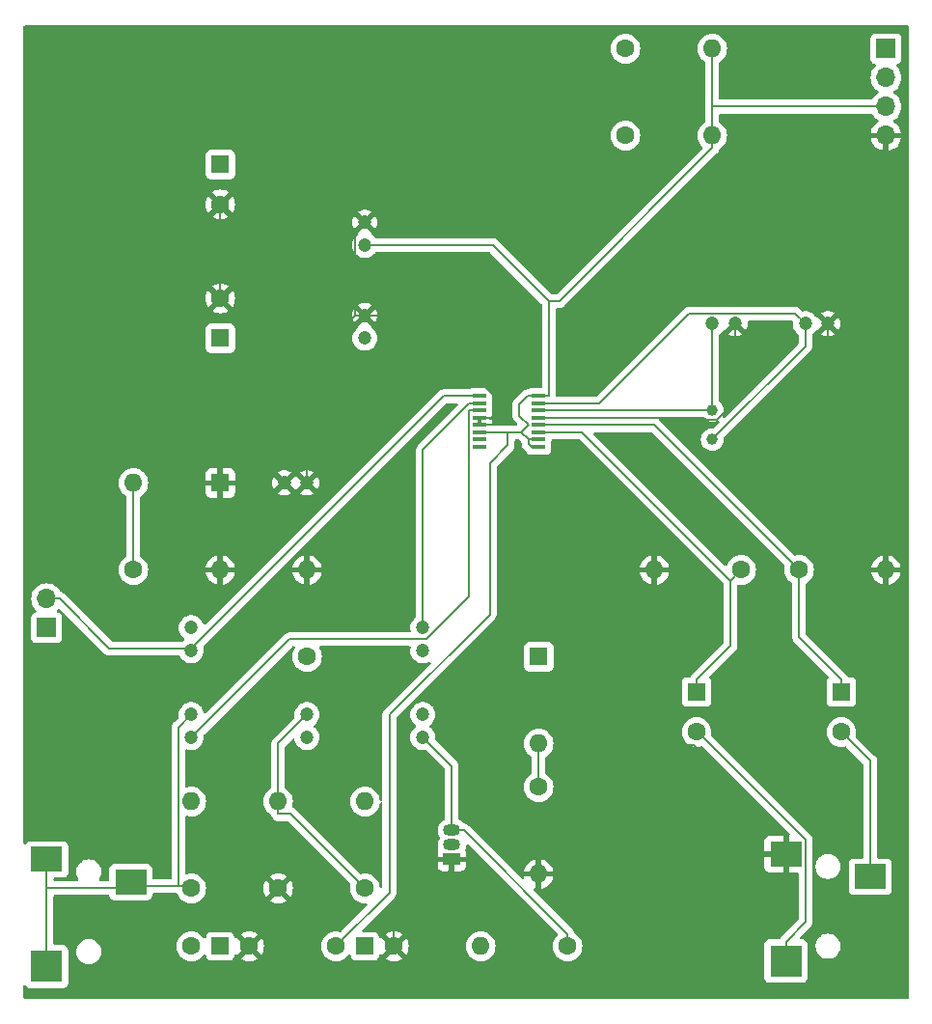
<source format=gbr>
%TF.GenerationSoftware,KiCad,Pcbnew,8.0.4*%
%TF.CreationDate,2024-11-30T00:07:58+09:00*%
%TF.ProjectId,radio_I2C,72616469-6f5f-4493-9243-2e6b69636164,rev?*%
%TF.SameCoordinates,Original*%
%TF.FileFunction,Copper,L1,Top*%
%TF.FilePolarity,Positive*%
%FSLAX46Y46*%
G04 Gerber Fmt 4.6, Leading zero omitted, Abs format (unit mm)*
G04 Created by KiCad (PCBNEW 8.0.4) date 2024-11-30 00:07:58*
%MOMM*%
%LPD*%
G01*
G04 APERTURE LIST*
%TA.AperFunction,ComponentPad*%
%ADD10R,1.600000X1.600000*%
%TD*%
%TA.AperFunction,ComponentPad*%
%ADD11C,1.600000*%
%TD*%
%TA.AperFunction,ComponentPad*%
%ADD12R,1.700000X1.700000*%
%TD*%
%TA.AperFunction,ComponentPad*%
%ADD13O,1.700000X1.700000*%
%TD*%
%TA.AperFunction,ComponentPad*%
%ADD14O,1.600000X1.600000*%
%TD*%
%TA.AperFunction,ComponentPad*%
%ADD15R,1.500000X1.500000*%
%TD*%
%TA.AperFunction,ComponentPad*%
%ADD16C,1.200000*%
%TD*%
%TA.AperFunction,ComponentPad*%
%ADD17C,1.000000*%
%TD*%
%TA.AperFunction,SMDPad,CuDef*%
%ADD18R,2.800000X2.200000*%
%TD*%
%TA.AperFunction,SMDPad,CuDef*%
%ADD19R,2.800000X2.800000*%
%TD*%
%TA.AperFunction,SMDPad,CuDef*%
%ADD20R,1.200000X0.400000*%
%TD*%
%TA.AperFunction,ComponentPad*%
%ADD21R,1.500000X1.050000*%
%TD*%
%TA.AperFunction,ComponentPad*%
%ADD22O,1.500000X1.050000*%
%TD*%
%TA.AperFunction,ViaPad*%
%ADD23C,0.600000*%
%TD*%
%TA.AperFunction,Conductor*%
%ADD24C,0.200000*%
%TD*%
G04 APERTURE END LIST*
D10*
%TO.P,C8,1*%
%TO.N,LOUT*%
X184040000Y-104700000D03*
D11*
%TO.P,C8,2*%
%TO.N,Net-(C8-Pad2)*%
X184040000Y-108200000D03*
%TD*%
D12*
%TO.P,J4,1,Pin_1*%
%TO.N,AMINP*%
X114300000Y-99060000D03*
D13*
%TO.P,J4,2,Pin_2*%
%TO.N,AMINN*%
X114300000Y-96520000D03*
%TD*%
D10*
%TO.P,D2,1,K*%
%TO.N,AVSS*%
X129540000Y-86360000D03*
D14*
%TO.P,D2,2,A*%
%TO.N,Net-(D2-A)*%
X121920000Y-86360000D03*
%TD*%
D15*
%TO.P,SW2,1,B*%
%TO.N,Net-(SW2-B)*%
X142240000Y-127000000D03*
D11*
%TO.P,SW2,2,C*%
%TO.N,AVDD*%
X139700000Y-127000000D03*
%TO.P,SW2,3,A*%
%TO.N,AVSS*%
X144780000Y-127000000D03*
%TD*%
D16*
%TO.P,C6,1*%
%TO.N,XI{slash}RCLK*%
X172720000Y-72390000D03*
%TO.P,C6,2*%
%TO.N,AVSS*%
X174720000Y-72390000D03*
%TD*%
%TO.P,C5,1*%
%TO.N,XO*%
X180880000Y-72390000D03*
%TO.P,C5,2*%
%TO.N,AVSS*%
X182880000Y-72390000D03*
%TD*%
D10*
%TO.P,C9,1*%
%TO.N,AVDD*%
X129540000Y-58420000D03*
D11*
%TO.P,C9,2*%
%TO.N,AVSS*%
X129540000Y-61920000D03*
%TD*%
D12*
%TO.P,J1,1,Pin_1*%
%TO.N,Net-(J1-Pin_1)*%
X187960000Y-48260000D03*
D13*
%TO.P,J1,2,Pin_2*%
%TO.N,Net-(J1-Pin_2)*%
X187960000Y-50800000D03*
%TO.P,J1,3,Pin_3*%
%TO.N,AVDD*%
X187960000Y-53340000D03*
%TO.P,J1,4,Pin_4*%
%TO.N,AVSS*%
X187960000Y-55880000D03*
%TD*%
D17*
%TO.P,Y1,1,1*%
%TO.N,XO*%
X172720000Y-82550000D03*
%TO.P,Y1,2,2*%
%TO.N,XI{slash}RCLK*%
X172720000Y-80010000D03*
%TD*%
D16*
%TO.P,C3,1*%
%TO.N,Net-(C3-Pad1)*%
X137160000Y-108680000D03*
%TO.P,C3,2*%
%TO.N,Net-(Q1-B)*%
X137160000Y-106680000D03*
%TD*%
D15*
%TO.P,SW1,1,B*%
%TO.N,Net-(SW1-B)*%
X129540000Y-127000000D03*
D11*
%TO.P,SW1,2,C*%
%TO.N,AVDD*%
X127000000Y-127000000D03*
%TO.P,SW1,3,A*%
%TO.N,AVSS*%
X132080000Y-127000000D03*
%TD*%
%TO.P,L1,1,1*%
%TO.N,Net-(C1-Pad2)*%
X127000000Y-121920000D03*
D14*
%TO.P,L1,2,2*%
%TO.N,Net-(C3-Pad1)*%
X127000000Y-114300000D03*
%TD*%
D11*
%TO.P,R10,1*%
%TO.N,Net-(D2-A)*%
X121920000Y-93980000D03*
D14*
%TO.P,R10,2*%
%TO.N,AVSS*%
X129540000Y-93980000D03*
%TD*%
D11*
%TO.P,R8,1*%
%TO.N,Net-(D1-A)*%
X157480000Y-113030000D03*
D14*
%TO.P,R8,2*%
%TO.N,AVSS*%
X157480000Y-120650000D03*
%TD*%
D11*
%TO.P,R1,1*%
%TO.N,Net-(J1-Pin_1)*%
X165100000Y-48260000D03*
D14*
%TO.P,R1,2*%
%TO.N,AVDD*%
X172720000Y-48260000D03*
%TD*%
D18*
%TO.P,J2,R*%
%TO.N,Net-(C8-Pad2)*%
X186580000Y-120900000D03*
%TO.P,J2,S*%
%TO.N,AVSS*%
X179180000Y-118900000D03*
D19*
%TO.P,J2,T*%
%TO.N,Net-(C7-Pad2)*%
X179180000Y-128300000D03*
%TD*%
D16*
%TO.P,C2,1*%
%TO.N,AVDD*%
X142240000Y-73660000D03*
%TO.P,C2,2*%
%TO.N,AVSS*%
X142240000Y-71660000D03*
%TD*%
%TO.P,C12,1*%
%TO.N,AMINP*%
X147320000Y-99060000D03*
%TO.P,C12,2*%
%TO.N,Net-(D1-K)*%
X147320000Y-101060000D03*
%TD*%
%TO.P,C4,1*%
%TO.N,AVDD*%
X142240000Y-65500000D03*
%TO.P,C4,2*%
%TO.N,AVSS*%
X142240000Y-63500000D03*
%TD*%
D20*
%TO.P,KT1,1,AMINN*%
%TO.N,AMINN*%
X152280000Y-78740000D03*
%TO.P,KT1,2,AMINP*%
%TO.N,AMINP*%
X152280000Y-79375000D03*
%TO.P,KT1,3,RFINP*%
%TO.N,RFINP*%
X152280000Y-80010000D03*
%TO.P,KT1,4,RFGND*%
%TO.N,AVSS*%
X152280000Y-80645000D03*
%TO.P,KT1,5,DVSS*%
X152280000Y-81280000D03*
%TO.P,KT1,6,DVDD*%
%TO.N,AVDD*%
X152280000Y-81915000D03*
%TO.P,KT1,7,INT*%
%TO.N,unconnected-(KT1-INT-Pad7)*%
X152280000Y-82550000D03*
%TO.P,KT1,8,CH*%
%TO.N,unconnected-(KT1-CH-Pad8)*%
X152280000Y-83185000D03*
%TO.P,KT1,9,SDA*%
%TO.N,AVDD*%
X157480000Y-83185000D03*
%TO.P,KT1,10,SCL*%
X157480000Y-82550000D03*
%TO.P,KT1,11,ROUT*%
%TO.N,ROUT*%
X157480000Y-81915000D03*
%TO.P,KT1,12,LOUT*%
%TO.N,LOUT*%
X157480000Y-81280000D03*
%TO.P,KT1,13,AVSS*%
%TO.N,AVSS*%
X157480000Y-80645000D03*
%TO.P,KT1,14,XI/RCLK*%
%TO.N,XI{slash}RCLK*%
X157480000Y-80010000D03*
%TO.P,KT1,15,XO*%
%TO.N,XO*%
X157480000Y-79375000D03*
%TO.P,KT1,16,AVDD*%
%TO.N,AVDD*%
X157480000Y-78740000D03*
%TD*%
D16*
%TO.P,C11,1*%
%TO.N,Net-(Q1-C)*%
X147320000Y-108680000D03*
%TO.P,C11,2*%
%TO.N,Net-(D1-A)*%
X147320000Y-106680000D03*
%TD*%
%TO.P,C13,1*%
%TO.N,AMINN*%
X127000000Y-101060000D03*
%TO.P,C13,2*%
%TO.N,Net-(D2-A)*%
X127000000Y-99060000D03*
%TD*%
D10*
%TO.P,C7,1*%
%TO.N,ROUT*%
X171340000Y-104700000D03*
D11*
%TO.P,C7,2*%
%TO.N,Net-(C7-Pad2)*%
X171340000Y-108200000D03*
%TD*%
D16*
%TO.P,C1,1*%
%TO.N,RFINP*%
X127000000Y-108680000D03*
%TO.P,C1,2*%
%TO.N,Net-(C1-Pad2)*%
X127000000Y-106680000D03*
%TD*%
D10*
%TO.P,C10,1*%
%TO.N,AVDD*%
X129540000Y-73660000D03*
D11*
%TO.P,C10,2*%
%TO.N,AVSS*%
X129540000Y-70160000D03*
%TD*%
D21*
%TO.P,Q1,1,E*%
%TO.N,AVSS*%
X149860000Y-119380000D03*
D22*
%TO.P,Q1,2,B*%
%TO.N,Net-(Q1-B)*%
X149860000Y-118110000D03*
%TO.P,Q1,3,C*%
%TO.N,Net-(Q1-C)*%
X149860000Y-116840000D03*
%TD*%
D11*
%TO.P,R2,1*%
%TO.N,Net-(J1-Pin_2)*%
X165100000Y-55880000D03*
D14*
%TO.P,R2,2*%
%TO.N,AVDD*%
X172720000Y-55880000D03*
%TD*%
D10*
%TO.P,D1,1,K*%
%TO.N,Net-(D1-K)*%
X157480000Y-101600000D03*
D14*
%TO.P,D1,2,A*%
%TO.N,Net-(D1-A)*%
X157480000Y-109220000D03*
%TD*%
D16*
%TO.P,C14,1*%
%TO.N,AVSS*%
X135160000Y-86360000D03*
%TO.P,C14,2*%
X137160000Y-86360000D03*
%TD*%
D11*
%TO.P,R9,1*%
%TO.N,Net-(D1-K)*%
X137160000Y-101600000D03*
D14*
%TO.P,R9,2*%
%TO.N,AVSS*%
X137160000Y-93980000D03*
%TD*%
D11*
%TO.P,R7,1*%
%TO.N,Net-(Q1-C)*%
X160020000Y-127000000D03*
D14*
%TO.P,R7,2*%
%TO.N,Net-(SW2-B)*%
X152400000Y-127000000D03*
%TD*%
D11*
%TO.P,R6,1*%
%TO.N,AVSS*%
X134620000Y-121920000D03*
D14*
%TO.P,R6,2*%
%TO.N,Net-(Q1-B)*%
X134620000Y-114300000D03*
%TD*%
D11*
%TO.P,R5,1*%
%TO.N,Net-(Q1-B)*%
X142240000Y-121920000D03*
D14*
%TO.P,R5,2*%
%TO.N,Net-(SW1-B)*%
X142240000Y-114300000D03*
%TD*%
D18*
%TO.P,J3,R*%
%TO.N,Net-(C1-Pad2)*%
X121700000Y-121380000D03*
%TO.P,J3,S*%
X114300000Y-119380000D03*
D19*
%TO.P,J3,T*%
X114300000Y-128780000D03*
%TD*%
D11*
%TO.P,R3,1*%
%TO.N,ROUT*%
X175260000Y-93980000D03*
D14*
%TO.P,R3,2*%
%TO.N,AVSS*%
X167640000Y-93980000D03*
%TD*%
D11*
%TO.P,R4,1*%
%TO.N,LOUT*%
X180340000Y-93980000D03*
D14*
%TO.P,R4,2*%
%TO.N,AVSS*%
X187960000Y-93980000D03*
%TD*%
D23*
%TO.N,AVSS*%
X178500000Y-57500000D03*
X115500000Y-50000000D03*
X170000000Y-123500000D03*
X116000000Y-82000000D03*
X116500000Y-106500000D03*
%TD*%
D24*
%TO.N,AVSS*%
X149860000Y-120206700D02*
X144780000Y-125286700D01*
X153180200Y-80645000D02*
X153181700Y-80643500D01*
X171946700Y-80645000D02*
X172145600Y-80843900D01*
X167640000Y-93980000D02*
X167640000Y-109388300D01*
X141336900Y-71660000D02*
X142240000Y-71660000D01*
X153416500Y-80643500D02*
X153950000Y-80110000D01*
X182880000Y-87798300D02*
X182880000Y-72390000D01*
X135216900Y-75836900D02*
X129540000Y-70160000D01*
X153180200Y-80645000D02*
X153181700Y-80645000D01*
X187960000Y-93980000D02*
X187960000Y-92878300D01*
X144780000Y-125286700D02*
X144780000Y-127000000D01*
X187960000Y-92878300D02*
X182880000Y-87798300D01*
X149860000Y-119380000D02*
X149860000Y-120206700D01*
X153430000Y-81280000D02*
X154370000Y-80340000D01*
X137160000Y-75836900D02*
X137160000Y-86360000D01*
X172145600Y-80843900D02*
X173100100Y-80843900D01*
X137160000Y-75836900D02*
X135216900Y-75836900D01*
X153950000Y-80110000D02*
X153950000Y-79140100D01*
X141336900Y-64403100D02*
X142240000Y-63500000D01*
X152280000Y-80645000D02*
X153080900Y-80645000D01*
X154370000Y-79560100D02*
X153950000Y-79140100D01*
X153181700Y-80643500D02*
X153416500Y-80643500D01*
X179180000Y-118900000D02*
X179180000Y-117498300D01*
X154370000Y-80340000D02*
X154370000Y-79560100D01*
X174720000Y-79224000D02*
X174720000Y-72390000D01*
X167640000Y-109388300D02*
X171070000Y-109388300D01*
X129540000Y-93980000D02*
X129540000Y-86360000D01*
X157480000Y-80645000D02*
X171946700Y-80645000D01*
X146469900Y-71660000D02*
X142240000Y-71660000D01*
X152280000Y-81280000D02*
X153430000Y-81280000D01*
X129540000Y-70160000D02*
X129540000Y-61920000D01*
X173100100Y-80843900D02*
X174720000Y-79224000D01*
X141336900Y-71660000D02*
X141336900Y-64403100D01*
X171070000Y-109388300D02*
X179180000Y-117498300D01*
X167640000Y-109388300D02*
X157480000Y-119548300D01*
X153950000Y-79140100D02*
X146469900Y-71660000D01*
X157480000Y-120650000D02*
X157480000Y-119548300D01*
X141336900Y-71660000D02*
X137160000Y-75836900D01*
X153080900Y-80645000D02*
X153180200Y-80645000D01*
%TO.N,Net-(D1-A)*%
X157480000Y-113030000D02*
X157480000Y-109220000D01*
%TO.N,Net-(Q1-C)*%
X149860000Y-111220000D02*
X147320000Y-108680000D01*
X160020000Y-127000000D02*
X160020000Y-125948300D01*
X149860000Y-116840000D02*
X149860000Y-111220000D01*
X149860000Y-116840000D02*
X150911700Y-116840000D01*
X160020000Y-125948300D02*
X150911700Y-116840000D01*
%TO.N,Net-(Q1-B)*%
X135721700Y-115401700D02*
X134620000Y-115401700D01*
X134620000Y-109220000D02*
X137160000Y-106680000D01*
X134620000Y-114300000D02*
X134620000Y-115401700D01*
X142240000Y-121920000D02*
X135721700Y-115401700D01*
X134620000Y-114300000D02*
X134620000Y-109220000D01*
%TO.N,LOUT*%
X180340000Y-99898300D02*
X184040000Y-103598300D01*
X180340000Y-93980000D02*
X180340000Y-99898300D01*
X158381700Y-81280000D02*
X167640000Y-81280000D01*
X184040000Y-104700000D02*
X184040000Y-103598300D01*
X167640000Y-81280000D02*
X180340000Y-93980000D01*
X157480000Y-81280000D02*
X158381700Y-81280000D01*
%TO.N,ROUT*%
X171340000Y-103598300D02*
X174308200Y-100630100D01*
X174308200Y-100630100D02*
X174308200Y-94931800D01*
X171340000Y-104700000D02*
X171340000Y-103598300D01*
X161291400Y-81915000D02*
X157480000Y-81915000D01*
X174308200Y-94931800D02*
X161291400Y-81915000D01*
X175260000Y-93980000D02*
X174308200Y-94931800D01*
%TO.N,AVDD*%
X152280000Y-81915000D02*
X153181700Y-81915000D01*
X156510000Y-78740000D02*
X155780000Y-79470000D01*
X156578300Y-81280000D02*
X155943300Y-81915000D01*
X156578300Y-82929100D02*
X156578300Y-82550000D01*
X172720000Y-55880000D02*
X172720000Y-53340000D01*
X157480000Y-78740000D02*
X158381700Y-78740000D01*
X144379800Y-122320200D02*
X139700000Y-127000000D01*
X158381700Y-70418300D02*
X158381700Y-78740000D01*
X157029200Y-83185000D02*
X156834200Y-83185000D01*
X157480000Y-78740000D02*
X156510000Y-78740000D01*
X153181700Y-81915000D02*
X154750000Y-81915000D01*
X155780000Y-80481700D02*
X156578300Y-81280000D01*
X153463400Y-65500000D02*
X158381700Y-70418300D01*
X144379800Y-106683300D02*
X144379800Y-122320200D01*
X172720000Y-53340000D02*
X172720000Y-48260000D01*
X153181700Y-84658300D02*
X154780000Y-83060000D01*
X157480000Y-83185000D02*
X157029200Y-83185000D01*
X158381700Y-70418300D02*
X159283400Y-70418300D01*
X142240000Y-65500000D02*
X153463400Y-65500000D01*
X172720000Y-53340000D02*
X187960000Y-53340000D01*
X154750000Y-81915000D02*
X155943300Y-81915000D01*
X156834200Y-83185000D02*
X156578300Y-82929100D01*
X155780000Y-79470000D02*
X155780000Y-80481700D01*
X153181700Y-97881400D02*
X153181700Y-84658300D01*
X154780000Y-83060000D02*
X154780000Y-81945000D01*
X172720000Y-55880000D02*
X172720000Y-56981700D01*
X157480000Y-82550000D02*
X156578300Y-82550000D01*
X156578300Y-82550000D02*
X155943300Y-81915000D01*
X159283400Y-70418300D02*
X172720000Y-56981700D01*
X153181700Y-97881400D02*
X144379800Y-106683300D01*
X154780000Y-81945000D02*
X154750000Y-81915000D01*
%TO.N,Net-(D2-A)*%
X121920000Y-93980000D02*
X121920000Y-86360000D01*
%TO.N,AMINP*%
X152280000Y-79375000D02*
X151378300Y-79375000D01*
X147320000Y-83433300D02*
X151378300Y-79375000D01*
X147320000Y-99060000D02*
X147320000Y-83433300D01*
%TO.N,XO*%
X162811200Y-79375000D02*
X170698000Y-71488200D01*
X170698000Y-71488200D02*
X179978200Y-71488200D01*
X179978200Y-71488200D02*
X180880000Y-72390000D01*
X157480000Y-79375000D02*
X162811200Y-79375000D01*
X172720000Y-82550000D02*
X180880000Y-74390000D01*
X180880000Y-74390000D02*
X180880000Y-72390000D01*
%TO.N,RFINP*%
X147597800Y-100060000D02*
X135620000Y-100060000D01*
X135620000Y-100060000D02*
X127000000Y-108680000D01*
X152280000Y-80010000D02*
X151378300Y-80010000D01*
X151378300Y-80010000D02*
X151378300Y-96279500D01*
X151378300Y-96279500D02*
X147597800Y-100060000D01*
%TO.N,AMINN*%
X127000000Y-100878200D02*
X127000000Y-101060000D01*
X127000000Y-100878200D02*
X119809900Y-100878200D01*
X114300000Y-96520000D02*
X115451700Y-96520000D01*
X149138200Y-78740000D02*
X127000000Y-100878200D01*
X119809900Y-100878200D02*
X115451700Y-96520000D01*
X152280000Y-78740000D02*
X149138200Y-78740000D01*
%TO.N,XI{slash}RCLK*%
X157480000Y-80010000D02*
X172720000Y-80010000D01*
X172720000Y-80010000D02*
X172720000Y-72390000D01*
%TO.N,Net-(C1-Pad2)*%
X121541800Y-121888600D02*
X121700000Y-121730400D01*
X126810400Y-121730400D02*
X127000000Y-121920000D01*
X121700000Y-121380000D02*
X121700000Y-121730400D01*
X114300000Y-121888600D02*
X121541800Y-121888600D01*
X125872400Y-121730400D02*
X125872400Y-107807600D01*
X125872400Y-107807600D02*
X127000000Y-106680000D01*
X114300000Y-121888600D02*
X114300000Y-119380000D01*
X125872400Y-121730400D02*
X126810400Y-121730400D01*
X121700000Y-121730400D02*
X125872400Y-121730400D01*
X114300000Y-128780000D02*
X114300000Y-121888600D01*
%TO.N,Net-(C8-Pad2)*%
X186580000Y-120900000D02*
X186580000Y-110740000D01*
X186580000Y-110740000D02*
X184040000Y-108200000D01*
%TO.N,Net-(C7-Pad2)*%
X180922200Y-117682600D02*
X171439600Y-108200000D01*
X179180000Y-126598300D02*
X180922200Y-124856100D01*
X179180000Y-128300000D02*
X179180000Y-126598300D01*
X180922200Y-124856100D02*
X180922200Y-117682600D01*
X171439600Y-108200000D02*
X171340000Y-108200000D01*
%TD*%
%TA.AperFunction,Conductor*%
%TO.N,AVSS*%
G36*
X189942539Y-46240185D02*
G01*
X189988294Y-46292989D01*
X189999500Y-46344500D01*
X189999500Y-131455500D01*
X189979815Y-131522539D01*
X189927011Y-131568294D01*
X189875500Y-131579500D01*
X112384500Y-131579500D01*
X112317461Y-131559815D01*
X112271706Y-131507011D01*
X112260500Y-131455500D01*
X112260500Y-130533461D01*
X112280185Y-130466422D01*
X112332989Y-130420667D01*
X112402147Y-130410723D01*
X112465703Y-130439748D01*
X112483766Y-130459150D01*
X112542452Y-130537544D01*
X112542455Y-130537547D01*
X112657664Y-130623793D01*
X112657671Y-130623797D01*
X112792517Y-130674091D01*
X112792516Y-130674091D01*
X112799444Y-130674835D01*
X112852127Y-130680500D01*
X115747872Y-130680499D01*
X115807483Y-130674091D01*
X115942331Y-130623796D01*
X116057546Y-130537546D01*
X116143796Y-130422331D01*
X116194091Y-130287483D01*
X116200500Y-130227873D01*
X116200499Y-127393389D01*
X116899500Y-127393389D01*
X116899500Y-127566610D01*
X116924852Y-127726681D01*
X116926598Y-127737701D01*
X116980127Y-127902445D01*
X117058768Y-128056788D01*
X117160586Y-128196928D01*
X117283072Y-128319414D01*
X117423212Y-128421232D01*
X117577555Y-128499873D01*
X117742299Y-128553402D01*
X117913389Y-128580500D01*
X117913390Y-128580500D01*
X118086610Y-128580500D01*
X118086611Y-128580500D01*
X118257701Y-128553402D01*
X118422445Y-128499873D01*
X118576788Y-128421232D01*
X118716928Y-128319414D01*
X118839414Y-128196928D01*
X118941232Y-128056788D01*
X119019873Y-127902445D01*
X119073402Y-127737701D01*
X119100500Y-127566611D01*
X119100500Y-127393389D01*
X119073402Y-127222299D01*
X119019873Y-127057555D01*
X118990546Y-126999998D01*
X125694532Y-126999998D01*
X125694532Y-127000001D01*
X125714364Y-127226686D01*
X125714366Y-127226697D01*
X125773258Y-127446488D01*
X125773261Y-127446497D01*
X125869431Y-127652732D01*
X125869432Y-127652734D01*
X125999954Y-127839141D01*
X126160858Y-128000045D01*
X126160861Y-128000047D01*
X126347266Y-128130568D01*
X126553504Y-128226739D01*
X126773308Y-128285635D01*
X126935230Y-128299801D01*
X126999998Y-128305468D01*
X127000000Y-128305468D01*
X127000002Y-128305468D01*
X127056673Y-128300509D01*
X127226692Y-128285635D01*
X127446496Y-128226739D01*
X127652734Y-128130568D01*
X127839139Y-128000047D01*
X128000047Y-127839139D01*
X128065278Y-127745977D01*
X128119854Y-127702353D01*
X128189352Y-127695159D01*
X128251707Y-127726681D01*
X128287122Y-127786911D01*
X128290143Y-127803847D01*
X128295909Y-127857483D01*
X128346202Y-127992328D01*
X128346206Y-127992335D01*
X128432452Y-128107544D01*
X128432455Y-128107547D01*
X128547664Y-128193793D01*
X128547671Y-128193797D01*
X128682517Y-128244091D01*
X128682516Y-128244091D01*
X128689444Y-128244835D01*
X128742127Y-128250500D01*
X130337872Y-128250499D01*
X130397483Y-128244091D01*
X130532331Y-128193796D01*
X130647546Y-128107546D01*
X130733796Y-127992331D01*
X130784091Y-127857483D01*
X130789939Y-127803086D01*
X130816676Y-127738539D01*
X130874069Y-127698691D01*
X130943894Y-127696197D01*
X130991897Y-127724678D01*
X131000974Y-127725472D01*
X131680000Y-127046446D01*
X131680000Y-127052661D01*
X131707259Y-127154394D01*
X131759920Y-127245606D01*
X131834394Y-127320080D01*
X131925606Y-127372741D01*
X132027339Y-127400000D01*
X132033553Y-127400000D01*
X131354526Y-128079025D01*
X131427513Y-128130132D01*
X131427521Y-128130136D01*
X131633668Y-128226264D01*
X131633682Y-128226269D01*
X131853389Y-128285139D01*
X131853400Y-128285141D01*
X132079998Y-128304966D01*
X132080002Y-128304966D01*
X132306599Y-128285141D01*
X132306610Y-128285139D01*
X132526317Y-128226269D01*
X132526331Y-128226264D01*
X132732478Y-128130136D01*
X132805471Y-128079024D01*
X132126447Y-127400000D01*
X132132661Y-127400000D01*
X132234394Y-127372741D01*
X132325606Y-127320080D01*
X132400080Y-127245606D01*
X132452741Y-127154394D01*
X132480000Y-127052661D01*
X132480000Y-127046447D01*
X133159024Y-127725471D01*
X133210136Y-127652478D01*
X133306264Y-127446331D01*
X133306269Y-127446317D01*
X133365139Y-127226610D01*
X133365141Y-127226599D01*
X133384966Y-127000002D01*
X133384966Y-126999997D01*
X133365141Y-126773400D01*
X133365139Y-126773389D01*
X133306269Y-126553682D01*
X133306264Y-126553668D01*
X133210136Y-126347521D01*
X133210132Y-126347513D01*
X133159025Y-126274526D01*
X132480000Y-126953551D01*
X132480000Y-126947339D01*
X132452741Y-126845606D01*
X132400080Y-126754394D01*
X132325606Y-126679920D01*
X132234394Y-126627259D01*
X132132661Y-126600000D01*
X132126448Y-126600000D01*
X132805472Y-125920974D01*
X132732478Y-125869863D01*
X132526331Y-125773735D01*
X132526317Y-125773730D01*
X132306610Y-125714860D01*
X132306599Y-125714858D01*
X132080002Y-125695034D01*
X132079998Y-125695034D01*
X131853400Y-125714858D01*
X131853389Y-125714860D01*
X131633682Y-125773730D01*
X131633673Y-125773734D01*
X131427516Y-125869866D01*
X131427512Y-125869868D01*
X131354526Y-125920973D01*
X131354526Y-125920974D01*
X132033553Y-126600000D01*
X132027339Y-126600000D01*
X131925606Y-126627259D01*
X131834394Y-126679920D01*
X131759920Y-126754394D01*
X131707259Y-126845606D01*
X131680000Y-126947339D01*
X131680000Y-126953552D01*
X131000974Y-126274526D01*
X130988756Y-126275595D01*
X130960223Y-126298402D01*
X130890724Y-126305594D01*
X130828370Y-126274070D01*
X130792958Y-126213840D01*
X130789938Y-126196912D01*
X130784091Y-126142517D01*
X130733796Y-126007669D01*
X130733795Y-126007668D01*
X130733793Y-126007664D01*
X130647547Y-125892455D01*
X130647544Y-125892452D01*
X130532335Y-125806206D01*
X130532328Y-125806202D01*
X130397482Y-125755908D01*
X130397483Y-125755908D01*
X130337883Y-125749501D01*
X130337881Y-125749500D01*
X130337873Y-125749500D01*
X130337864Y-125749500D01*
X128742129Y-125749500D01*
X128742123Y-125749501D01*
X128682516Y-125755908D01*
X128547671Y-125806202D01*
X128547664Y-125806206D01*
X128432455Y-125892452D01*
X128432452Y-125892455D01*
X128346206Y-126007664D01*
X128346202Y-126007671D01*
X128295908Y-126142516D01*
X128290142Y-126196154D01*
X128263404Y-126260705D01*
X128206012Y-126300553D01*
X128136186Y-126303046D01*
X128076098Y-126267393D01*
X128065278Y-126254021D01*
X128000045Y-126160858D01*
X127839141Y-125999954D01*
X127652734Y-125869432D01*
X127652732Y-125869431D01*
X127446497Y-125773261D01*
X127446488Y-125773258D01*
X127226697Y-125714366D01*
X127226693Y-125714365D01*
X127226692Y-125714365D01*
X127226691Y-125714364D01*
X127226686Y-125714364D01*
X127000002Y-125694532D01*
X126999998Y-125694532D01*
X126773313Y-125714364D01*
X126773302Y-125714366D01*
X126553511Y-125773258D01*
X126553502Y-125773261D01*
X126347267Y-125869431D01*
X126347265Y-125869432D01*
X126160858Y-125999954D01*
X125999954Y-126160858D01*
X125869432Y-126347265D01*
X125869431Y-126347267D01*
X125773261Y-126553502D01*
X125773258Y-126553511D01*
X125714366Y-126773302D01*
X125714364Y-126773313D01*
X125694532Y-126999998D01*
X118990546Y-126999998D01*
X118941232Y-126903212D01*
X118839414Y-126763072D01*
X118716928Y-126640586D01*
X118576788Y-126538768D01*
X118422445Y-126460127D01*
X118257701Y-126406598D01*
X118257699Y-126406597D01*
X118257698Y-126406597D01*
X118125857Y-126385716D01*
X118086611Y-126379500D01*
X117913389Y-126379500D01*
X117874143Y-126385716D01*
X117742302Y-126406597D01*
X117577552Y-126460128D01*
X117423211Y-126538768D01*
X117369826Y-126577555D01*
X117283072Y-126640586D01*
X117283070Y-126640588D01*
X117283069Y-126640588D01*
X117160588Y-126763069D01*
X117160588Y-126763070D01*
X117160586Y-126763072D01*
X117139194Y-126792516D01*
X117058768Y-126903211D01*
X116980128Y-127057552D01*
X116980127Y-127057554D01*
X116980127Y-127057555D01*
X116961716Y-127114218D01*
X116926597Y-127222302D01*
X116899500Y-127393389D01*
X116200499Y-127393389D01*
X116200499Y-127332128D01*
X116194091Y-127272517D01*
X116177001Y-127226697D01*
X116143797Y-127137671D01*
X116143793Y-127137664D01*
X116057547Y-127022455D01*
X116057544Y-127022452D01*
X115942335Y-126936206D01*
X115942328Y-126936202D01*
X115807482Y-126885908D01*
X115807483Y-126885908D01*
X115747883Y-126879501D01*
X115747881Y-126879500D01*
X115747873Y-126879500D01*
X115747865Y-126879500D01*
X115024500Y-126879500D01*
X114957461Y-126859815D01*
X114911706Y-126807011D01*
X114900500Y-126755500D01*
X114900500Y-122613100D01*
X114920185Y-122546061D01*
X114972989Y-122500306D01*
X115024500Y-122489100D01*
X119684547Y-122489100D01*
X119751586Y-122508785D01*
X119797341Y-122561589D01*
X119805223Y-122584583D01*
X119805907Y-122587479D01*
X119856202Y-122722328D01*
X119856206Y-122722335D01*
X119942452Y-122837544D01*
X119942455Y-122837547D01*
X120057664Y-122923793D01*
X120057671Y-122923797D01*
X120192517Y-122974091D01*
X120192516Y-122974091D01*
X120199444Y-122974835D01*
X120252127Y-122980500D01*
X123147872Y-122980499D01*
X123207483Y-122974091D01*
X123342331Y-122923796D01*
X123457546Y-122837546D01*
X123543796Y-122722331D01*
X123594091Y-122587483D01*
X123600500Y-122527873D01*
X123600500Y-122454900D01*
X123620185Y-122387861D01*
X123672989Y-122342106D01*
X123724500Y-122330900D01*
X125677666Y-122330900D01*
X125744705Y-122350585D01*
X125790047Y-122402494D01*
X125853975Y-122539587D01*
X125869431Y-122572732D01*
X125869432Y-122572734D01*
X125999954Y-122759141D01*
X126160858Y-122920045D01*
X126207693Y-122952839D01*
X126347266Y-123050568D01*
X126553504Y-123146739D01*
X126773308Y-123205635D01*
X126917144Y-123218219D01*
X126999998Y-123225468D01*
X127000000Y-123225468D01*
X127000002Y-123225468D01*
X127056673Y-123220509D01*
X127226692Y-123205635D01*
X127446496Y-123146739D01*
X127652734Y-123050568D01*
X127839139Y-122920047D01*
X128000047Y-122759139D01*
X128130568Y-122572734D01*
X128226739Y-122366496D01*
X128285635Y-122146692D01*
X128305468Y-121920000D01*
X128305468Y-121919997D01*
X133315034Y-121919997D01*
X133315034Y-121920002D01*
X133334858Y-122146599D01*
X133334860Y-122146610D01*
X133393730Y-122366317D01*
X133393735Y-122366331D01*
X133489863Y-122572478D01*
X133540974Y-122645472D01*
X134220000Y-121966446D01*
X134220000Y-121972661D01*
X134247259Y-122074394D01*
X134299920Y-122165606D01*
X134374394Y-122240080D01*
X134465606Y-122292741D01*
X134567339Y-122320000D01*
X134573553Y-122320000D01*
X133894526Y-122999025D01*
X133967513Y-123050132D01*
X133967521Y-123050136D01*
X134173668Y-123146264D01*
X134173682Y-123146269D01*
X134393389Y-123205139D01*
X134393400Y-123205141D01*
X134619998Y-123224966D01*
X134620002Y-123224966D01*
X134846599Y-123205141D01*
X134846610Y-123205139D01*
X135066317Y-123146269D01*
X135066331Y-123146264D01*
X135272478Y-123050136D01*
X135345471Y-122999024D01*
X134666447Y-122320000D01*
X134672661Y-122320000D01*
X134774394Y-122292741D01*
X134865606Y-122240080D01*
X134940080Y-122165606D01*
X134992741Y-122074394D01*
X135020000Y-121972661D01*
X135020000Y-121966447D01*
X135699024Y-122645471D01*
X135750136Y-122572478D01*
X135846264Y-122366331D01*
X135846269Y-122366317D01*
X135905139Y-122146610D01*
X135905141Y-122146599D01*
X135924966Y-121920002D01*
X135924966Y-121919997D01*
X135905141Y-121693400D01*
X135905139Y-121693389D01*
X135846269Y-121473682D01*
X135846264Y-121473668D01*
X135750136Y-121267521D01*
X135750132Y-121267513D01*
X135699025Y-121194526D01*
X135020000Y-121873551D01*
X135020000Y-121867339D01*
X134992741Y-121765606D01*
X134940080Y-121674394D01*
X134865606Y-121599920D01*
X134774394Y-121547259D01*
X134672661Y-121520000D01*
X134666448Y-121520000D01*
X135345472Y-120840974D01*
X135272478Y-120789863D01*
X135066331Y-120693735D01*
X135066317Y-120693730D01*
X134846610Y-120634860D01*
X134846599Y-120634858D01*
X134620002Y-120615034D01*
X134619998Y-120615034D01*
X134393400Y-120634858D01*
X134393389Y-120634860D01*
X134173682Y-120693730D01*
X134173673Y-120693734D01*
X133967516Y-120789866D01*
X133967512Y-120789868D01*
X133894526Y-120840973D01*
X133894526Y-120840974D01*
X134573553Y-121520000D01*
X134567339Y-121520000D01*
X134465606Y-121547259D01*
X134374394Y-121599920D01*
X134299920Y-121674394D01*
X134247259Y-121765606D01*
X134220000Y-121867339D01*
X134220000Y-121873552D01*
X133540974Y-121194526D01*
X133540973Y-121194526D01*
X133489868Y-121267512D01*
X133489866Y-121267516D01*
X133393734Y-121473673D01*
X133393730Y-121473682D01*
X133334860Y-121693389D01*
X133334858Y-121693400D01*
X133315034Y-121919997D01*
X128305468Y-121919997D01*
X128285635Y-121693308D01*
X128226739Y-121473504D01*
X128130568Y-121267266D01*
X128000047Y-121080861D01*
X128000045Y-121080858D01*
X127839141Y-120919954D01*
X127652734Y-120789432D01*
X127652732Y-120789431D01*
X127446497Y-120693261D01*
X127446488Y-120693258D01*
X127226697Y-120634366D01*
X127226693Y-120634365D01*
X127226692Y-120634365D01*
X127226691Y-120634364D01*
X127226686Y-120634364D01*
X127000002Y-120614532D01*
X126999998Y-120614532D01*
X126773313Y-120634364D01*
X126773302Y-120634366D01*
X126628993Y-120673033D01*
X126559143Y-120671370D01*
X126501281Y-120632207D01*
X126473777Y-120567978D01*
X126472900Y-120553258D01*
X126472900Y-115666741D01*
X126492585Y-115599702D01*
X126545389Y-115553947D01*
X126614547Y-115544003D01*
X126628991Y-115546965D01*
X126773308Y-115585635D01*
X126934094Y-115599702D01*
X126999998Y-115605468D01*
X127000000Y-115605468D01*
X127000002Y-115605468D01*
X127056673Y-115600509D01*
X127226692Y-115585635D01*
X127446496Y-115526739D01*
X127652734Y-115430568D01*
X127839139Y-115300047D01*
X128000047Y-115139139D01*
X128130568Y-114952734D01*
X128226739Y-114746496D01*
X128285635Y-114526692D01*
X128305468Y-114300000D01*
X128285635Y-114073308D01*
X128226739Y-113853504D01*
X128130568Y-113647266D01*
X128000047Y-113460861D01*
X128000045Y-113460858D01*
X127839141Y-113299954D01*
X127652734Y-113169432D01*
X127652732Y-113169431D01*
X127446497Y-113073261D01*
X127446488Y-113073258D01*
X127226697Y-113014366D01*
X127226693Y-113014365D01*
X127226692Y-113014365D01*
X127226691Y-113014364D01*
X127226686Y-113014364D01*
X127000002Y-112994532D01*
X126999998Y-112994532D01*
X126773313Y-113014364D01*
X126773302Y-113014366D01*
X126628993Y-113053033D01*
X126559143Y-113051370D01*
X126501281Y-113012207D01*
X126473777Y-112947978D01*
X126472900Y-112933258D01*
X126472900Y-109837014D01*
X126492585Y-109769975D01*
X126545389Y-109724220D01*
X126614547Y-109714276D01*
X126641695Y-109721388D01*
X126697538Y-109743022D01*
X126697539Y-109743022D01*
X126697544Y-109743024D01*
X126898024Y-109780500D01*
X126898026Y-109780500D01*
X127101974Y-109780500D01*
X127101976Y-109780500D01*
X127302456Y-109743024D01*
X127492637Y-109669348D01*
X127666041Y-109561981D01*
X127808168Y-109432415D01*
X127816762Y-109424581D01*
X127816764Y-109424579D01*
X127939673Y-109261821D01*
X128030582Y-109079250D01*
X128086397Y-108883083D01*
X128105215Y-108680000D01*
X128088877Y-108503686D01*
X128102292Y-108435119D01*
X128124664Y-108404569D01*
X135832416Y-100696819D01*
X135893739Y-100663334D01*
X135920097Y-100660500D01*
X135992026Y-100660500D01*
X136059065Y-100680185D01*
X136104820Y-100732989D01*
X136114764Y-100802147D01*
X136093601Y-100855621D01*
X136068034Y-100892134D01*
X136029432Y-100947265D01*
X136029431Y-100947267D01*
X135933261Y-101153502D01*
X135933258Y-101153511D01*
X135874366Y-101373302D01*
X135874364Y-101373313D01*
X135854532Y-101599998D01*
X135854532Y-101600001D01*
X135874364Y-101826686D01*
X135874366Y-101826697D01*
X135933258Y-102046488D01*
X135933261Y-102046497D01*
X136029431Y-102252732D01*
X136029432Y-102252734D01*
X136159954Y-102439141D01*
X136320858Y-102600045D01*
X136320861Y-102600047D01*
X136507266Y-102730568D01*
X136713504Y-102826739D01*
X136933308Y-102885635D01*
X137095230Y-102899801D01*
X137159998Y-102905468D01*
X137160000Y-102905468D01*
X137160002Y-102905468D01*
X137216807Y-102900498D01*
X137386692Y-102885635D01*
X137606496Y-102826739D01*
X137812734Y-102730568D01*
X137999139Y-102600047D01*
X138160047Y-102439139D01*
X138290568Y-102252734D01*
X138386739Y-102046496D01*
X138445635Y-101826692D01*
X138465468Y-101600000D01*
X138464027Y-101583534D01*
X138454856Y-101478701D01*
X138445635Y-101373308D01*
X138386739Y-101153504D01*
X138290568Y-100947266D01*
X138226398Y-100855621D01*
X138204072Y-100789417D01*
X138221082Y-100721650D01*
X138272030Y-100673837D01*
X138327974Y-100660500D01*
X146125286Y-100660500D01*
X146192325Y-100680185D01*
X146238080Y-100732989D01*
X146248024Y-100802147D01*
X146244554Y-100818426D01*
X146233971Y-100855623D01*
X146233602Y-100856921D01*
X146214785Y-101059999D01*
X146214785Y-101060000D01*
X146233602Y-101263082D01*
X146289417Y-101459247D01*
X146289422Y-101459260D01*
X146380327Y-101641821D01*
X146503237Y-101804581D01*
X146653958Y-101941980D01*
X146653960Y-101941982D01*
X146753141Y-102003392D01*
X146827363Y-102049348D01*
X147017544Y-102123024D01*
X147218024Y-102160500D01*
X147218026Y-102160500D01*
X147421974Y-102160500D01*
X147421976Y-102160500D01*
X147622456Y-102123024D01*
X147812637Y-102049348D01*
X147827899Y-102039898D01*
X147895256Y-102021340D01*
X147961956Y-102042146D01*
X148006820Y-102095709D01*
X148015603Y-102165025D01*
X147985517Y-102228085D01*
X147980859Y-102233004D01*
X144011086Y-106202778D01*
X143899281Y-106314582D01*
X143899279Y-106314585D01*
X143849161Y-106401394D01*
X143849159Y-106401396D01*
X143820225Y-106451509D01*
X143820224Y-106451510D01*
X143820223Y-106451515D01*
X143779299Y-106604243D01*
X143779299Y-106604245D01*
X143779299Y-106772346D01*
X143779300Y-106772359D01*
X143779300Y-114132647D01*
X143759615Y-114199686D01*
X143706811Y-114245441D01*
X143637653Y-114255385D01*
X143574097Y-114226360D01*
X143536323Y-114167582D01*
X143531772Y-114143454D01*
X143525635Y-114073313D01*
X143525635Y-114073308D01*
X143466739Y-113853504D01*
X143370568Y-113647266D01*
X143240047Y-113460861D01*
X143240045Y-113460858D01*
X143079141Y-113299954D01*
X142892734Y-113169432D01*
X142892732Y-113169431D01*
X142686497Y-113073261D01*
X142686488Y-113073258D01*
X142466697Y-113014366D01*
X142466693Y-113014365D01*
X142466692Y-113014365D01*
X142466691Y-113014364D01*
X142466686Y-113014364D01*
X142240002Y-112994532D01*
X142239998Y-112994532D01*
X142013313Y-113014364D01*
X142013302Y-113014366D01*
X141793511Y-113073258D01*
X141793502Y-113073261D01*
X141587267Y-113169431D01*
X141587265Y-113169432D01*
X141400858Y-113299954D01*
X141239954Y-113460858D01*
X141109432Y-113647265D01*
X141109431Y-113647267D01*
X141013261Y-113853502D01*
X141013258Y-113853511D01*
X140954366Y-114073302D01*
X140954364Y-114073313D01*
X140934532Y-114299998D01*
X140934532Y-114300001D01*
X140954364Y-114526686D01*
X140954366Y-114526697D01*
X141013258Y-114746488D01*
X141013261Y-114746497D01*
X141109431Y-114952732D01*
X141109432Y-114952734D01*
X141239954Y-115139141D01*
X141400858Y-115300045D01*
X141400861Y-115300047D01*
X141587266Y-115430568D01*
X141793504Y-115526739D01*
X142013308Y-115585635D01*
X142174094Y-115599702D01*
X142239998Y-115605468D01*
X142240000Y-115605468D01*
X142240002Y-115605468D01*
X142296673Y-115600509D01*
X142466692Y-115585635D01*
X142686496Y-115526739D01*
X142892734Y-115430568D01*
X143079139Y-115300047D01*
X143240047Y-115139139D01*
X143370568Y-114952734D01*
X143466739Y-114746496D01*
X143525635Y-114526692D01*
X143531772Y-114456544D01*
X143557224Y-114391476D01*
X143613815Y-114350497D01*
X143683577Y-114346619D01*
X143744361Y-114381073D01*
X143776869Y-114442920D01*
X143779300Y-114467352D01*
X143779300Y-121752647D01*
X143759615Y-121819686D01*
X143706811Y-121865441D01*
X143637653Y-121875385D01*
X143574097Y-121846360D01*
X143536323Y-121787582D01*
X143531772Y-121763454D01*
X143525635Y-121693313D01*
X143525635Y-121693308D01*
X143466739Y-121473504D01*
X143370568Y-121267266D01*
X143240047Y-121080861D01*
X143240045Y-121080858D01*
X143079141Y-120919954D01*
X142892734Y-120789432D01*
X142892732Y-120789431D01*
X142686497Y-120693261D01*
X142686488Y-120693258D01*
X142466697Y-120634366D01*
X142466693Y-120634365D01*
X142466692Y-120634365D01*
X142466691Y-120634364D01*
X142466686Y-120634364D01*
X142240002Y-120614532D01*
X142239998Y-120614532D01*
X142013313Y-120634364D01*
X142013302Y-120634366D01*
X141917067Y-120660152D01*
X141847217Y-120658489D01*
X141797293Y-120628058D01*
X136209290Y-115040055D01*
X136209288Y-115040052D01*
X136090417Y-114921181D01*
X136090416Y-114921180D01*
X136003604Y-114871060D01*
X136003604Y-114871059D01*
X136003600Y-114871058D01*
X135953485Y-114842123D01*
X135949752Y-114841122D01*
X135946957Y-114839419D01*
X135945975Y-114839012D01*
X135946038Y-114838858D01*
X135890094Y-114804756D01*
X135859567Y-114741908D01*
X135862075Y-114689257D01*
X135905635Y-114526692D01*
X135925468Y-114300000D01*
X135905635Y-114073308D01*
X135846739Y-113853504D01*
X135750568Y-113647266D01*
X135620047Y-113460861D01*
X135620045Y-113460858D01*
X135459140Y-113299953D01*
X135273377Y-113169881D01*
X135229752Y-113115304D01*
X135220500Y-113068306D01*
X135220500Y-109520096D01*
X135240185Y-109453057D01*
X135256815Y-109432419D01*
X135865159Y-108824074D01*
X135926482Y-108790590D01*
X135996174Y-108795574D01*
X136052107Y-108837446D01*
X136072106Y-108877821D01*
X136129417Y-109079247D01*
X136129422Y-109079260D01*
X136220327Y-109261821D01*
X136343237Y-109424581D01*
X136493958Y-109561980D01*
X136493960Y-109561982D01*
X136593141Y-109623392D01*
X136667363Y-109669348D01*
X136857544Y-109743024D01*
X137058024Y-109780500D01*
X137058026Y-109780500D01*
X137261974Y-109780500D01*
X137261976Y-109780500D01*
X137462456Y-109743024D01*
X137652637Y-109669348D01*
X137826041Y-109561981D01*
X137968168Y-109432415D01*
X137976762Y-109424581D01*
X137976764Y-109424579D01*
X138099673Y-109261821D01*
X138190582Y-109079250D01*
X138246397Y-108883083D01*
X138265215Y-108680000D01*
X138262110Y-108646496D01*
X138246397Y-108476917D01*
X138232107Y-108426693D01*
X138190582Y-108280750D01*
X138160309Y-108219954D01*
X138146272Y-108191764D01*
X138099673Y-108098179D01*
X138020443Y-107993261D01*
X137976762Y-107935418D01*
X137826042Y-107798019D01*
X137814723Y-107791011D01*
X137805704Y-107785426D01*
X137759069Y-107733401D01*
X137747964Y-107664419D01*
X137775916Y-107600385D01*
X137805703Y-107574573D01*
X137826041Y-107561981D01*
X137961072Y-107438884D01*
X137976762Y-107424581D01*
X137976764Y-107424579D01*
X138099673Y-107261821D01*
X138190582Y-107079250D01*
X138246397Y-106883083D01*
X138265215Y-106680000D01*
X138246397Y-106476917D01*
X138190582Y-106280750D01*
X138099673Y-106098179D01*
X138025908Y-106000498D01*
X137976762Y-105935418D01*
X137826041Y-105798019D01*
X137826039Y-105798017D01*
X137652642Y-105690655D01*
X137652635Y-105690651D01*
X137557546Y-105653814D01*
X137462456Y-105616976D01*
X137261976Y-105579500D01*
X137058024Y-105579500D01*
X136857544Y-105616976D01*
X136857541Y-105616976D01*
X136857541Y-105616977D01*
X136667364Y-105690651D01*
X136667357Y-105690655D01*
X136493960Y-105798017D01*
X136493958Y-105798019D01*
X136343237Y-105935418D01*
X136220327Y-106098178D01*
X136129422Y-106280739D01*
X136129417Y-106280752D01*
X136073602Y-106476917D01*
X136054785Y-106679999D01*
X136054785Y-106680000D01*
X136071122Y-106856309D01*
X136057707Y-106924879D01*
X136035332Y-106955431D01*
X134251286Y-108739478D01*
X134139481Y-108851282D01*
X134139479Y-108851285D01*
X134111665Y-108899462D01*
X134111664Y-108899464D01*
X134060423Y-108988214D01*
X134060423Y-108988215D01*
X134019499Y-109140943D01*
X134019499Y-109140945D01*
X134019499Y-109309046D01*
X134019500Y-109309059D01*
X134019500Y-113068306D01*
X133999815Y-113135345D01*
X133966623Y-113169881D01*
X133780859Y-113299953D01*
X133619954Y-113460858D01*
X133489432Y-113647265D01*
X133489431Y-113647267D01*
X133393261Y-113853502D01*
X133393258Y-113853511D01*
X133334366Y-114073302D01*
X133334364Y-114073313D01*
X133314532Y-114299998D01*
X133314532Y-114300001D01*
X133334364Y-114526686D01*
X133334366Y-114526697D01*
X133393258Y-114746488D01*
X133393261Y-114746497D01*
X133489431Y-114952732D01*
X133489432Y-114952734D01*
X133619954Y-115139141D01*
X133780858Y-115300045D01*
X133780861Y-115300047D01*
X133967266Y-115430568D01*
X133967278Y-115430573D01*
X133968661Y-115431372D01*
X133969155Y-115431890D01*
X133971701Y-115433673D01*
X133971342Y-115434184D01*
X134016880Y-115481935D01*
X134026442Y-115506667D01*
X134047602Y-115585635D01*
X134060423Y-115633483D01*
X134060426Y-115633490D01*
X134139475Y-115770409D01*
X134139479Y-115770414D01*
X134139480Y-115770416D01*
X134251284Y-115882220D01*
X134251286Y-115882221D01*
X134251290Y-115882224D01*
X134336150Y-115931217D01*
X134388216Y-115961277D01*
X134540943Y-116002200D01*
X134699057Y-116002200D01*
X135421603Y-116002200D01*
X135488642Y-116021885D01*
X135509284Y-116038519D01*
X140948058Y-121477293D01*
X140981543Y-121538616D01*
X140980152Y-121597067D01*
X140954366Y-121693302D01*
X140954364Y-121693313D01*
X140934532Y-121919998D01*
X140934532Y-121920001D01*
X140954364Y-122146686D01*
X140954366Y-122146697D01*
X141013258Y-122366488D01*
X141013261Y-122366497D01*
X141109431Y-122572732D01*
X141109432Y-122572734D01*
X141239954Y-122759141D01*
X141400858Y-122920045D01*
X141447693Y-122952839D01*
X141587266Y-123050568D01*
X141793504Y-123146739D01*
X142013308Y-123205635D01*
X142157144Y-123218219D01*
X142239998Y-123225468D01*
X142239999Y-123225468D01*
X142239999Y-123225467D01*
X142240000Y-123225468D01*
X142322847Y-123218219D01*
X142391344Y-123231985D01*
X142441528Y-123280600D01*
X142457462Y-123348628D01*
X142434088Y-123414472D01*
X142421334Y-123429428D01*
X140142705Y-125708058D01*
X140081382Y-125741543D01*
X140022931Y-125740152D01*
X139926697Y-125714366D01*
X139926693Y-125714365D01*
X139926692Y-125714365D01*
X139926691Y-125714364D01*
X139926686Y-125714364D01*
X139700002Y-125694532D01*
X139699998Y-125694532D01*
X139473313Y-125714364D01*
X139473302Y-125714366D01*
X139253511Y-125773258D01*
X139253502Y-125773261D01*
X139047267Y-125869431D01*
X139047265Y-125869432D01*
X138860858Y-125999954D01*
X138699954Y-126160858D01*
X138569432Y-126347265D01*
X138569431Y-126347267D01*
X138473261Y-126553502D01*
X138473258Y-126553511D01*
X138414366Y-126773302D01*
X138414364Y-126773313D01*
X138394532Y-126999998D01*
X138394532Y-127000001D01*
X138414364Y-127226686D01*
X138414366Y-127226697D01*
X138473258Y-127446488D01*
X138473261Y-127446497D01*
X138569431Y-127652732D01*
X138569432Y-127652734D01*
X138699954Y-127839141D01*
X138860858Y-128000045D01*
X138860861Y-128000047D01*
X139047266Y-128130568D01*
X139253504Y-128226739D01*
X139473308Y-128285635D01*
X139635230Y-128299801D01*
X139699998Y-128305468D01*
X139700000Y-128305468D01*
X139700002Y-128305468D01*
X139756673Y-128300509D01*
X139926692Y-128285635D01*
X140146496Y-128226739D01*
X140352734Y-128130568D01*
X140539139Y-128000047D01*
X140700047Y-127839139D01*
X140765278Y-127745977D01*
X140819854Y-127702353D01*
X140889352Y-127695159D01*
X140951707Y-127726681D01*
X140987122Y-127786911D01*
X140990143Y-127803847D01*
X140995909Y-127857483D01*
X141046202Y-127992328D01*
X141046206Y-127992335D01*
X141132452Y-128107544D01*
X141132455Y-128107547D01*
X141247664Y-128193793D01*
X141247671Y-128193797D01*
X141382517Y-128244091D01*
X141382516Y-128244091D01*
X141389444Y-128244835D01*
X141442127Y-128250500D01*
X143037872Y-128250499D01*
X143097483Y-128244091D01*
X143232331Y-128193796D01*
X143347546Y-128107546D01*
X143433796Y-127992331D01*
X143484091Y-127857483D01*
X143489939Y-127803086D01*
X143516676Y-127738539D01*
X143574069Y-127698691D01*
X143643894Y-127696197D01*
X143691897Y-127724678D01*
X143700974Y-127725472D01*
X144380000Y-127046446D01*
X144380000Y-127052661D01*
X144407259Y-127154394D01*
X144459920Y-127245606D01*
X144534394Y-127320080D01*
X144625606Y-127372741D01*
X144727339Y-127400000D01*
X144733553Y-127400000D01*
X144054526Y-128079025D01*
X144127513Y-128130132D01*
X144127521Y-128130136D01*
X144333668Y-128226264D01*
X144333682Y-128226269D01*
X144553389Y-128285139D01*
X144553400Y-128285141D01*
X144779998Y-128304966D01*
X144780002Y-128304966D01*
X145006599Y-128285141D01*
X145006610Y-128285139D01*
X145226317Y-128226269D01*
X145226331Y-128226264D01*
X145432478Y-128130136D01*
X145505471Y-128079024D01*
X144826447Y-127400000D01*
X144832661Y-127400000D01*
X144934394Y-127372741D01*
X145025606Y-127320080D01*
X145100080Y-127245606D01*
X145152741Y-127154394D01*
X145180000Y-127052661D01*
X145180000Y-127046447D01*
X145859024Y-127725471D01*
X145910136Y-127652478D01*
X146006264Y-127446331D01*
X146006269Y-127446317D01*
X146065139Y-127226610D01*
X146065141Y-127226599D01*
X146084966Y-127000002D01*
X146084966Y-126999998D01*
X151094532Y-126999998D01*
X151094532Y-127000001D01*
X151114364Y-127226686D01*
X151114366Y-127226697D01*
X151173258Y-127446488D01*
X151173261Y-127446497D01*
X151269431Y-127652732D01*
X151269432Y-127652734D01*
X151399954Y-127839141D01*
X151560858Y-128000045D01*
X151560861Y-128000047D01*
X151747266Y-128130568D01*
X151953504Y-128226739D01*
X152173308Y-128285635D01*
X152335230Y-128299801D01*
X152399998Y-128305468D01*
X152400000Y-128305468D01*
X152400002Y-128305468D01*
X152456673Y-128300509D01*
X152626692Y-128285635D01*
X152846496Y-128226739D01*
X153052734Y-128130568D01*
X153239139Y-128000047D01*
X153400047Y-127839139D01*
X153530568Y-127652734D01*
X153626739Y-127446496D01*
X153685635Y-127226692D01*
X153705468Y-127000000D01*
X153685635Y-126773308D01*
X153626739Y-126553504D01*
X153530568Y-126347266D01*
X153400047Y-126160861D01*
X153400045Y-126160858D01*
X153239141Y-125999954D01*
X153052734Y-125869432D01*
X153052732Y-125869431D01*
X152846497Y-125773261D01*
X152846488Y-125773258D01*
X152626697Y-125714366D01*
X152626693Y-125714365D01*
X152626692Y-125714365D01*
X152626691Y-125714364D01*
X152626686Y-125714364D01*
X152400002Y-125694532D01*
X152399998Y-125694532D01*
X152173313Y-125714364D01*
X152173302Y-125714366D01*
X151953511Y-125773258D01*
X151953502Y-125773261D01*
X151747267Y-125869431D01*
X151747265Y-125869432D01*
X151560858Y-125999954D01*
X151399954Y-126160858D01*
X151269432Y-126347265D01*
X151269431Y-126347267D01*
X151173261Y-126553502D01*
X151173258Y-126553511D01*
X151114366Y-126773302D01*
X151114364Y-126773313D01*
X151094532Y-126999998D01*
X146084966Y-126999998D01*
X146084966Y-126999997D01*
X146065141Y-126773400D01*
X146065139Y-126773389D01*
X146006269Y-126553682D01*
X146006264Y-126553668D01*
X145910136Y-126347521D01*
X145910132Y-126347513D01*
X145859025Y-126274526D01*
X145180000Y-126953551D01*
X145180000Y-126947339D01*
X145152741Y-126845606D01*
X145100080Y-126754394D01*
X145025606Y-126679920D01*
X144934394Y-126627259D01*
X144832661Y-126600000D01*
X144826448Y-126600000D01*
X145505472Y-125920974D01*
X145432478Y-125869863D01*
X145226331Y-125773735D01*
X145226317Y-125773730D01*
X145006610Y-125714860D01*
X145006599Y-125714858D01*
X144780002Y-125695034D01*
X144779998Y-125695034D01*
X144553400Y-125714858D01*
X144553389Y-125714860D01*
X144333682Y-125773730D01*
X144333673Y-125773734D01*
X144127516Y-125869866D01*
X144127512Y-125869868D01*
X144054526Y-125920973D01*
X144054526Y-125920974D01*
X144733553Y-126600000D01*
X144727339Y-126600000D01*
X144625606Y-126627259D01*
X144534394Y-126679920D01*
X144459920Y-126754394D01*
X144407259Y-126845606D01*
X144380000Y-126947339D01*
X144380000Y-126953552D01*
X143700974Y-126274526D01*
X143688756Y-126275595D01*
X143660223Y-126298402D01*
X143590724Y-126305594D01*
X143528370Y-126274070D01*
X143492958Y-126213840D01*
X143489938Y-126196912D01*
X143484091Y-126142517D01*
X143433796Y-126007669D01*
X143433795Y-126007668D01*
X143433793Y-126007664D01*
X143347547Y-125892455D01*
X143347544Y-125892452D01*
X143232335Y-125806206D01*
X143232328Y-125806202D01*
X143097482Y-125755908D01*
X143097483Y-125755908D01*
X143037883Y-125749501D01*
X143037881Y-125749500D01*
X143037873Y-125749500D01*
X143037865Y-125749500D01*
X142099096Y-125749500D01*
X142032057Y-125729815D01*
X141986302Y-125677011D01*
X141976358Y-125607853D01*
X142005383Y-125544297D01*
X142011415Y-125537819D01*
X142461349Y-125087885D01*
X144860320Y-122688916D01*
X144939377Y-122551984D01*
X144980301Y-122399257D01*
X144980301Y-122241142D01*
X144980301Y-122233547D01*
X144980300Y-122233529D01*
X144980300Y-106983396D01*
X144999985Y-106916357D01*
X145016614Y-106895720D01*
X145232335Y-106679999D01*
X146214785Y-106679999D01*
X146214785Y-106680000D01*
X146233602Y-106883082D01*
X146289417Y-107079247D01*
X146289422Y-107079260D01*
X146380327Y-107261821D01*
X146503237Y-107424581D01*
X146586557Y-107500536D01*
X146653959Y-107561981D01*
X146674294Y-107574572D01*
X146674296Y-107574573D01*
X146720931Y-107626601D01*
X146732035Y-107695583D01*
X146704082Y-107759617D01*
X146674296Y-107785427D01*
X146653957Y-107798020D01*
X146503237Y-107935418D01*
X146380327Y-108098178D01*
X146289422Y-108280739D01*
X146289417Y-108280752D01*
X146233602Y-108476917D01*
X146214785Y-108679999D01*
X146214785Y-108680000D01*
X146233602Y-108883082D01*
X146289417Y-109079247D01*
X146289422Y-109079260D01*
X146380327Y-109261821D01*
X146503237Y-109424581D01*
X146653958Y-109561980D01*
X146653960Y-109561982D01*
X146753141Y-109623392D01*
X146827363Y-109669348D01*
X147017544Y-109743024D01*
X147218024Y-109780500D01*
X147218026Y-109780500D01*
X147421975Y-109780500D01*
X147421976Y-109780500D01*
X147483504Y-109768998D01*
X147553017Y-109776028D01*
X147593970Y-109803205D01*
X149223181Y-111432416D01*
X149256666Y-111493739D01*
X149259500Y-111520097D01*
X149259500Y-115802689D01*
X149239815Y-115869728D01*
X149187011Y-115915483D01*
X149182955Y-115917249D01*
X149149249Y-115931211D01*
X149149237Y-115931217D01*
X148981281Y-116043441D01*
X148838441Y-116186281D01*
X148726217Y-116354237D01*
X148726212Y-116354247D01*
X148648909Y-116540872D01*
X148648907Y-116540880D01*
X148609500Y-116738992D01*
X148609500Y-116941007D01*
X148648907Y-117139119D01*
X148648909Y-117139127D01*
X148726213Y-117325755D01*
X148779904Y-117406109D01*
X148800782Y-117472787D01*
X148782297Y-117540167D01*
X148779904Y-117543891D01*
X148726213Y-117624244D01*
X148648909Y-117810872D01*
X148648907Y-117810880D01*
X148609500Y-118008992D01*
X148609500Y-118211007D01*
X148648907Y-118409119D01*
X148648910Y-118409131D01*
X148682547Y-118490338D01*
X148690016Y-118559807D01*
X148670405Y-118604864D01*
X148670895Y-118605132D01*
X148667910Y-118610596D01*
X148667260Y-118612092D01*
X148666646Y-118612911D01*
X148666645Y-118612913D01*
X148616403Y-118747620D01*
X148616401Y-118747627D01*
X148610000Y-118807155D01*
X148610000Y-119130000D01*
X149494134Y-119130000D01*
X149518326Y-119132383D01*
X149521123Y-119132939D01*
X149533995Y-119135499D01*
X149533996Y-119135500D01*
X149533997Y-119135500D01*
X149574170Y-119135500D01*
X149559925Y-119149745D01*
X149510556Y-119235255D01*
X149485000Y-119330630D01*
X149485000Y-119429370D01*
X149510556Y-119524745D01*
X149559925Y-119610255D01*
X149579670Y-119630000D01*
X148610000Y-119630000D01*
X148610000Y-119952844D01*
X148616401Y-120012372D01*
X148616403Y-120012379D01*
X148666645Y-120147086D01*
X148666649Y-120147093D01*
X148752809Y-120262187D01*
X148752812Y-120262190D01*
X148867906Y-120348350D01*
X148867913Y-120348354D01*
X149002620Y-120398596D01*
X149002627Y-120398598D01*
X149062155Y-120404999D01*
X149062172Y-120405000D01*
X149610000Y-120405000D01*
X149610000Y-119660330D01*
X149629745Y-119680075D01*
X149715255Y-119729444D01*
X149810630Y-119755000D01*
X149909370Y-119755000D01*
X150004745Y-119729444D01*
X150090255Y-119680075D01*
X150110000Y-119660330D01*
X150110000Y-120405000D01*
X150657828Y-120405000D01*
X150657844Y-120404999D01*
X150717372Y-120398598D01*
X150717379Y-120398596D01*
X150852086Y-120348354D01*
X150852093Y-120348350D01*
X150967187Y-120262190D01*
X150967190Y-120262187D01*
X151053350Y-120147093D01*
X151053354Y-120147086D01*
X151103596Y-120012379D01*
X151103598Y-120012372D01*
X151109999Y-119952844D01*
X151110000Y-119952827D01*
X151110000Y-119630000D01*
X150140330Y-119630000D01*
X150160075Y-119610255D01*
X150209444Y-119524745D01*
X150235000Y-119429370D01*
X150235000Y-119330630D01*
X150209444Y-119235255D01*
X150160075Y-119149745D01*
X150145830Y-119135500D01*
X150186004Y-119135500D01*
X150186004Y-119135499D01*
X150199473Y-119132820D01*
X150201674Y-119132383D01*
X150225866Y-119130000D01*
X151110000Y-119130000D01*
X151110000Y-118807172D01*
X151109999Y-118807155D01*
X151103598Y-118747627D01*
X151103596Y-118747620D01*
X151053354Y-118612913D01*
X151053353Y-118612911D01*
X151052745Y-118612099D01*
X151052390Y-118611148D01*
X151049103Y-118605128D01*
X151049968Y-118604655D01*
X151028329Y-118546634D01*
X151037452Y-118490338D01*
X151071091Y-118409127D01*
X151110500Y-118211003D01*
X151110500Y-118187397D01*
X151130185Y-118120358D01*
X151182989Y-118074603D01*
X151252147Y-118064659D01*
X151315703Y-118093684D01*
X151322181Y-118099716D01*
X159113958Y-125891493D01*
X159147443Y-125952816D01*
X159142459Y-126022508D01*
X159113958Y-126066855D01*
X159019954Y-126160858D01*
X158889432Y-126347265D01*
X158889431Y-126347267D01*
X158793261Y-126553502D01*
X158793258Y-126553511D01*
X158734366Y-126773302D01*
X158734364Y-126773313D01*
X158714532Y-126999998D01*
X158714532Y-127000001D01*
X158734364Y-127226686D01*
X158734366Y-127226697D01*
X158793258Y-127446488D01*
X158793261Y-127446497D01*
X158889431Y-127652732D01*
X158889432Y-127652734D01*
X159019954Y-127839141D01*
X159180858Y-128000045D01*
X159180861Y-128000047D01*
X159367266Y-128130568D01*
X159573504Y-128226739D01*
X159793308Y-128285635D01*
X159955230Y-128299801D01*
X160019998Y-128305468D01*
X160020000Y-128305468D01*
X160020002Y-128305468D01*
X160076673Y-128300509D01*
X160246692Y-128285635D01*
X160466496Y-128226739D01*
X160672734Y-128130568D01*
X160859139Y-128000047D01*
X161020047Y-127839139D01*
X161150568Y-127652734D01*
X161246739Y-127446496D01*
X161305635Y-127226692D01*
X161325468Y-127000000D01*
X161305635Y-126773308D01*
X161246739Y-126553504D01*
X161150568Y-126347266D01*
X161020047Y-126160861D01*
X161020045Y-126160858D01*
X160859141Y-125999954D01*
X160672735Y-125869432D01*
X160672732Y-125869431D01*
X160665496Y-125866056D01*
X160613060Y-125819880D01*
X160598133Y-125785770D01*
X160579577Y-125716516D01*
X160574694Y-125708058D01*
X160500524Y-125579590D01*
X160500521Y-125579586D01*
X160500520Y-125579584D01*
X160388716Y-125467780D01*
X160388715Y-125467779D01*
X160384385Y-125463449D01*
X160384374Y-125463439D01*
X157037877Y-122116942D01*
X157004392Y-122055619D01*
X157009376Y-121985927D01*
X157051248Y-121929994D01*
X157116712Y-121905577D01*
X157157652Y-121909486D01*
X157229999Y-121928871D01*
X157230000Y-121928871D01*
X157230000Y-120965686D01*
X157234394Y-120970080D01*
X157325606Y-121022741D01*
X157427339Y-121050000D01*
X157532661Y-121050000D01*
X157634394Y-121022741D01*
X157725606Y-120970080D01*
X157730000Y-120965686D01*
X157730000Y-121928872D01*
X157926317Y-121876269D01*
X157926326Y-121876265D01*
X158132482Y-121780134D01*
X158318820Y-121649657D01*
X158479657Y-121488820D01*
X158610134Y-121302482D01*
X158706265Y-121096326D01*
X158706269Y-121096317D01*
X158758872Y-120900000D01*
X157795686Y-120900000D01*
X157800080Y-120895606D01*
X157852741Y-120804394D01*
X157880000Y-120702661D01*
X157880000Y-120597339D01*
X157852741Y-120495606D01*
X157800080Y-120404394D01*
X157795686Y-120400000D01*
X158758872Y-120400000D01*
X158758872Y-120399999D01*
X158706269Y-120203682D01*
X158706265Y-120203673D01*
X158633602Y-120047844D01*
X177280000Y-120047844D01*
X177286401Y-120107372D01*
X177286403Y-120107379D01*
X177336645Y-120242086D01*
X177336649Y-120242093D01*
X177422809Y-120357187D01*
X177422812Y-120357190D01*
X177537906Y-120443350D01*
X177537913Y-120443354D01*
X177672620Y-120493596D01*
X177672627Y-120493598D01*
X177732155Y-120499999D01*
X177732172Y-120500000D01*
X178930000Y-120500000D01*
X178930000Y-119150000D01*
X177280000Y-119150000D01*
X177280000Y-120047844D01*
X158633602Y-120047844D01*
X158610134Y-119997517D01*
X158479657Y-119811179D01*
X158318820Y-119650342D01*
X158132482Y-119519865D01*
X157926328Y-119423734D01*
X157730000Y-119371127D01*
X157730000Y-120334314D01*
X157725606Y-120329920D01*
X157634394Y-120277259D01*
X157532661Y-120250000D01*
X157427339Y-120250000D01*
X157325606Y-120277259D01*
X157234394Y-120329920D01*
X157230000Y-120334314D01*
X157230000Y-119371127D01*
X157033671Y-119423734D01*
X156827517Y-119519865D01*
X156641179Y-119650342D01*
X156480342Y-119811179D01*
X156349865Y-119997517D01*
X156253734Y-120203673D01*
X156253730Y-120203682D01*
X156201127Y-120399999D01*
X156201128Y-120400000D01*
X157164314Y-120400000D01*
X157159920Y-120404394D01*
X157107259Y-120495606D01*
X157080000Y-120597339D01*
X157080000Y-120702661D01*
X157107259Y-120804394D01*
X157159920Y-120895606D01*
X157164314Y-120900000D01*
X156201128Y-120900000D01*
X156220513Y-120972348D01*
X156218850Y-121042198D01*
X156179687Y-121100060D01*
X156115459Y-121127564D01*
X156046557Y-121115977D01*
X156013057Y-121092122D01*
X152673090Y-117752155D01*
X177280000Y-117752155D01*
X177280000Y-118650000D01*
X178930000Y-118650000D01*
X178930000Y-117300000D01*
X177732155Y-117300000D01*
X177672627Y-117306401D01*
X177672620Y-117306403D01*
X177537913Y-117356645D01*
X177537906Y-117356649D01*
X177422812Y-117442809D01*
X177422809Y-117442812D01*
X177336649Y-117557906D01*
X177336645Y-117557913D01*
X177286403Y-117692620D01*
X177286401Y-117692627D01*
X177280000Y-117752155D01*
X152673090Y-117752155D01*
X151399290Y-116478355D01*
X151399288Y-116478352D01*
X151280417Y-116359481D01*
X151280416Y-116359480D01*
X151193604Y-116309360D01*
X151193604Y-116309359D01*
X151193600Y-116309358D01*
X151143485Y-116280423D01*
X150990757Y-116239499D01*
X150990754Y-116239499D01*
X150983395Y-116239499D01*
X150916356Y-116219814D01*
X150886286Y-116190273D01*
X150885418Y-116190986D01*
X150881553Y-116186276D01*
X150738718Y-116043441D01*
X150570762Y-115931217D01*
X150570750Y-115931211D01*
X150537045Y-115917249D01*
X150482642Y-115873407D01*
X150460579Y-115807112D01*
X150460500Y-115802689D01*
X150460500Y-111140945D01*
X150460500Y-111140943D01*
X150419577Y-110988216D01*
X150398908Y-110952416D01*
X150340524Y-110851290D01*
X150340521Y-110851286D01*
X150340520Y-110851284D01*
X150228716Y-110739480D01*
X150228715Y-110739479D01*
X150224385Y-110735149D01*
X150224374Y-110735139D01*
X148709233Y-109219998D01*
X156174532Y-109219998D01*
X156174532Y-109220001D01*
X156194364Y-109446686D01*
X156194366Y-109446697D01*
X156253258Y-109666488D01*
X156253261Y-109666497D01*
X156349431Y-109872732D01*
X156349432Y-109872734D01*
X156479954Y-110059141D01*
X156640858Y-110220045D01*
X156640861Y-110220047D01*
X156826624Y-110350118D01*
X156870248Y-110404693D01*
X156879500Y-110451692D01*
X156879500Y-111798306D01*
X156859815Y-111865345D01*
X156826623Y-111899881D01*
X156640859Y-112029953D01*
X156479954Y-112190858D01*
X156349432Y-112377265D01*
X156349431Y-112377267D01*
X156253261Y-112583502D01*
X156253258Y-112583511D01*
X156194366Y-112803302D01*
X156194364Y-112803313D01*
X156174532Y-113029998D01*
X156174532Y-113030001D01*
X156194364Y-113256686D01*
X156194366Y-113256697D01*
X156253258Y-113476488D01*
X156253261Y-113476497D01*
X156349431Y-113682732D01*
X156349432Y-113682734D01*
X156479954Y-113869141D01*
X156640858Y-114030045D01*
X156640861Y-114030047D01*
X156827266Y-114160568D01*
X157033504Y-114256739D01*
X157253308Y-114315635D01*
X157415230Y-114329801D01*
X157479998Y-114335468D01*
X157480000Y-114335468D01*
X157480002Y-114335468D01*
X157536673Y-114330509D01*
X157706692Y-114315635D01*
X157926496Y-114256739D01*
X158132734Y-114160568D01*
X158319139Y-114030047D01*
X158480047Y-113869139D01*
X158610568Y-113682734D01*
X158706739Y-113476496D01*
X158765635Y-113256692D01*
X158785468Y-113030000D01*
X158765635Y-112803308D01*
X158706739Y-112583504D01*
X158610568Y-112377266D01*
X158480047Y-112190861D01*
X158480045Y-112190858D01*
X158319140Y-112029953D01*
X158133377Y-111899881D01*
X158089752Y-111845304D01*
X158080500Y-111798306D01*
X158080500Y-110451692D01*
X158100185Y-110384653D01*
X158133374Y-110350119D01*
X158319139Y-110220047D01*
X158480047Y-110059139D01*
X158610568Y-109872734D01*
X158706739Y-109666496D01*
X158765635Y-109446692D01*
X158785468Y-109220000D01*
X158765635Y-108993308D01*
X158706739Y-108773504D01*
X158610568Y-108567266D01*
X158480047Y-108380861D01*
X158480045Y-108380858D01*
X158319141Y-108219954D01*
X158290641Y-108199998D01*
X170034532Y-108199998D01*
X170034532Y-108200001D01*
X170054364Y-108426686D01*
X170054366Y-108426697D01*
X170113258Y-108646488D01*
X170113261Y-108646497D01*
X170209431Y-108852732D01*
X170209432Y-108852734D01*
X170339954Y-109039141D01*
X170500858Y-109200045D01*
X170547693Y-109232839D01*
X170687266Y-109330568D01*
X170893504Y-109426739D01*
X171113308Y-109485635D01*
X171275230Y-109499801D01*
X171339998Y-109505468D01*
X171340000Y-109505468D01*
X171340002Y-109505468D01*
X171396673Y-109500509D01*
X171566692Y-109485635D01*
X171741486Y-109438799D01*
X171811333Y-109440462D01*
X171861258Y-109470893D01*
X179478684Y-117088319D01*
X179512169Y-117149642D01*
X179507185Y-117219334D01*
X179465313Y-117275267D01*
X179448439Y-117281560D01*
X179430000Y-117300000D01*
X179430000Y-120500000D01*
X180197700Y-120500000D01*
X180264739Y-120519685D01*
X180310494Y-120572489D01*
X180321700Y-120624000D01*
X180321700Y-124556002D01*
X180302015Y-124623041D01*
X180285381Y-124643683D01*
X178699481Y-126229582D01*
X178699479Y-126229584D01*
X178685371Y-126254021D01*
X178668601Y-126283070D01*
X178668600Y-126283071D01*
X178668599Y-126283072D01*
X178637175Y-126337500D01*
X178586608Y-126385716D01*
X178529788Y-126399500D01*
X177732129Y-126399500D01*
X177732123Y-126399501D01*
X177672516Y-126405908D01*
X177537671Y-126456202D01*
X177537664Y-126456206D01*
X177422455Y-126542452D01*
X177422452Y-126542455D01*
X177336206Y-126657664D01*
X177336202Y-126657671D01*
X177285908Y-126792517D01*
X177282681Y-126822539D01*
X177279501Y-126852123D01*
X177279500Y-126852135D01*
X177279500Y-129747870D01*
X177279501Y-129747876D01*
X177285908Y-129807483D01*
X177336202Y-129942328D01*
X177336206Y-129942335D01*
X177422452Y-130057544D01*
X177422455Y-130057547D01*
X177537664Y-130143793D01*
X177537671Y-130143797D01*
X177672517Y-130194091D01*
X177672516Y-130194091D01*
X177679444Y-130194835D01*
X177732127Y-130200500D01*
X180627872Y-130200499D01*
X180687483Y-130194091D01*
X180822331Y-130143796D01*
X180937546Y-130057546D01*
X181023796Y-129942331D01*
X181074091Y-129807483D01*
X181080500Y-129747873D01*
X181080499Y-126913389D01*
X181779500Y-126913389D01*
X181779500Y-127086610D01*
X181801686Y-127226692D01*
X181806598Y-127257701D01*
X181860127Y-127422445D01*
X181938768Y-127576788D01*
X182040586Y-127716928D01*
X182163072Y-127839414D01*
X182303212Y-127941232D01*
X182457555Y-128019873D01*
X182622299Y-128073402D01*
X182793389Y-128100500D01*
X182793390Y-128100500D01*
X182966610Y-128100500D01*
X182966611Y-128100500D01*
X183137701Y-128073402D01*
X183302445Y-128019873D01*
X183456788Y-127941232D01*
X183596928Y-127839414D01*
X183719414Y-127716928D01*
X183821232Y-127576788D01*
X183899873Y-127422445D01*
X183953402Y-127257701D01*
X183980500Y-127086611D01*
X183980500Y-126913389D01*
X183953402Y-126742299D01*
X183899873Y-126577555D01*
X183821232Y-126423212D01*
X183719414Y-126283072D01*
X183596928Y-126160586D01*
X183456788Y-126058768D01*
X183302445Y-125980127D01*
X183137701Y-125926598D01*
X183137699Y-125926597D01*
X183137698Y-125926597D01*
X183006271Y-125905781D01*
X182966611Y-125899500D01*
X182793389Y-125899500D01*
X182753728Y-125905781D01*
X182622302Y-125926597D01*
X182457552Y-125980128D01*
X182303211Y-126058768D01*
X182223256Y-126116859D01*
X182163072Y-126160586D01*
X182163070Y-126160588D01*
X182163069Y-126160588D01*
X182040588Y-126283069D01*
X182040588Y-126283070D01*
X182040586Y-126283072D01*
X182026074Y-126303046D01*
X181938768Y-126423211D01*
X181860128Y-126577552D01*
X181806597Y-126742302D01*
X181779500Y-126913389D01*
X181080499Y-126913389D01*
X181080499Y-126852128D01*
X181074091Y-126792517D01*
X181066928Y-126773313D01*
X181023797Y-126657671D01*
X181023793Y-126657664D01*
X180937547Y-126542455D01*
X180937544Y-126542452D01*
X180822335Y-126456206D01*
X180822328Y-126456202D01*
X180687482Y-126405908D01*
X180687483Y-126405908D01*
X180627883Y-126399501D01*
X180627881Y-126399500D01*
X180627873Y-126399500D01*
X180627865Y-126399500D01*
X180527396Y-126399500D01*
X180460357Y-126379815D01*
X180414602Y-126327011D01*
X180404658Y-126257853D01*
X180433683Y-126194297D01*
X180439715Y-126187819D01*
X180854276Y-125773258D01*
X181290913Y-125336621D01*
X181290916Y-125336620D01*
X181402720Y-125224816D01*
X181452839Y-125138004D01*
X181481777Y-125087885D01*
X181522701Y-124935157D01*
X181522701Y-124777043D01*
X181522701Y-124769448D01*
X181522700Y-124769430D01*
X181522700Y-119913389D01*
X181779500Y-119913389D01*
X181779500Y-120086610D01*
X181802548Y-120232135D01*
X181806598Y-120257701D01*
X181860127Y-120422445D01*
X181938768Y-120576788D01*
X182040586Y-120716928D01*
X182163072Y-120839414D01*
X182303212Y-120941232D01*
X182457555Y-121019873D01*
X182622299Y-121073402D01*
X182793389Y-121100500D01*
X182793390Y-121100500D01*
X182966610Y-121100500D01*
X182966611Y-121100500D01*
X183137701Y-121073402D01*
X183302445Y-121019873D01*
X183456788Y-120941232D01*
X183596928Y-120839414D01*
X183719414Y-120716928D01*
X183821232Y-120576788D01*
X183899873Y-120422445D01*
X183953402Y-120257701D01*
X183980500Y-120086611D01*
X183980500Y-119913389D01*
X183953402Y-119742299D01*
X183899873Y-119577555D01*
X183821232Y-119423212D01*
X183719414Y-119283072D01*
X183596928Y-119160586D01*
X183456788Y-119058768D01*
X183302445Y-118980127D01*
X183137701Y-118926598D01*
X183137699Y-118926597D01*
X183137698Y-118926597D01*
X183006271Y-118905781D01*
X182966611Y-118899500D01*
X182793389Y-118899500D01*
X182753728Y-118905781D01*
X182622302Y-118926597D01*
X182457552Y-118980128D01*
X182303211Y-119058768D01*
X182251841Y-119096091D01*
X182163072Y-119160586D01*
X182163070Y-119160588D01*
X182163069Y-119160588D01*
X182040588Y-119283069D01*
X182040588Y-119283070D01*
X182040586Y-119283072D01*
X182028650Y-119299501D01*
X181938768Y-119423211D01*
X181860128Y-119577552D01*
X181806597Y-119742302D01*
X181779500Y-119913389D01*
X181522700Y-119913389D01*
X181522700Y-117771660D01*
X181522701Y-117771647D01*
X181522701Y-117603544D01*
X181481776Y-117450814D01*
X181481773Y-117450809D01*
X181402724Y-117313890D01*
X181402718Y-117313882D01*
X177036814Y-112947978D01*
X172652988Y-108564153D01*
X172619504Y-108502831D01*
X172620896Y-108444376D01*
X172625635Y-108426692D01*
X172645468Y-108200000D01*
X172645468Y-108199998D01*
X182734532Y-108199998D01*
X182734532Y-108200001D01*
X182754364Y-108426686D01*
X182754366Y-108426697D01*
X182813258Y-108646488D01*
X182813261Y-108646497D01*
X182909431Y-108852732D01*
X182909432Y-108852734D01*
X183039954Y-109039141D01*
X183200858Y-109200045D01*
X183247693Y-109232839D01*
X183387266Y-109330568D01*
X183593504Y-109426739D01*
X183813308Y-109485635D01*
X183975230Y-109499801D01*
X184039998Y-109505468D01*
X184040000Y-109505468D01*
X184040002Y-109505468D01*
X184096673Y-109500509D01*
X184266692Y-109485635D01*
X184362932Y-109459847D01*
X184432781Y-109461510D01*
X184482706Y-109491941D01*
X185943181Y-110952416D01*
X185976666Y-111013739D01*
X185979500Y-111040097D01*
X185979500Y-119175500D01*
X185959815Y-119242539D01*
X185907011Y-119288294D01*
X185855500Y-119299500D01*
X185132129Y-119299500D01*
X185132123Y-119299501D01*
X185072516Y-119305908D01*
X184937671Y-119356202D01*
X184937664Y-119356206D01*
X184822455Y-119442452D01*
X184822452Y-119442455D01*
X184736206Y-119557664D01*
X184736202Y-119557671D01*
X184685908Y-119692517D01*
X184680556Y-119742302D01*
X184679501Y-119752123D01*
X184679500Y-119752135D01*
X184679500Y-122047870D01*
X184679501Y-122047876D01*
X184685908Y-122107483D01*
X184736202Y-122242328D01*
X184736206Y-122242335D01*
X184822452Y-122357544D01*
X184822455Y-122357547D01*
X184937664Y-122443793D01*
X184937671Y-122443797D01*
X185072517Y-122494091D01*
X185072516Y-122494091D01*
X185079444Y-122494835D01*
X185132127Y-122500500D01*
X188027872Y-122500499D01*
X188087483Y-122494091D01*
X188222331Y-122443796D01*
X188337546Y-122357546D01*
X188423796Y-122242331D01*
X188474091Y-122107483D01*
X188480500Y-122047873D01*
X188480499Y-119752128D01*
X188474091Y-119692517D01*
X188469450Y-119680075D01*
X188423797Y-119557671D01*
X188423793Y-119557664D01*
X188337547Y-119442455D01*
X188337544Y-119442452D01*
X188222335Y-119356206D01*
X188222328Y-119356202D01*
X188087482Y-119305908D01*
X188087483Y-119305908D01*
X188027883Y-119299501D01*
X188027881Y-119299500D01*
X188027873Y-119299500D01*
X188027865Y-119299500D01*
X187304500Y-119299500D01*
X187237461Y-119279815D01*
X187191706Y-119227011D01*
X187180500Y-119175500D01*
X187180500Y-110660945D01*
X187180500Y-110660943D01*
X187139577Y-110508216D01*
X187068239Y-110384653D01*
X187060524Y-110371290D01*
X187060521Y-110371286D01*
X187060520Y-110371284D01*
X186948716Y-110259480D01*
X186948715Y-110259479D01*
X186944385Y-110255149D01*
X186944374Y-110255139D01*
X185331941Y-108642706D01*
X185298456Y-108581383D01*
X185299847Y-108522931D01*
X185305233Y-108502831D01*
X185325635Y-108426692D01*
X185345468Y-108200000D01*
X185325635Y-107973308D01*
X185266739Y-107753504D01*
X185170568Y-107547266D01*
X185040047Y-107360861D01*
X185040045Y-107360858D01*
X184879141Y-107199954D01*
X184692734Y-107069432D01*
X184692732Y-107069431D01*
X184486497Y-106973261D01*
X184486488Y-106973258D01*
X184266697Y-106914366D01*
X184266693Y-106914365D01*
X184266692Y-106914365D01*
X184266691Y-106914364D01*
X184266686Y-106914364D01*
X184040002Y-106894532D01*
X184039998Y-106894532D01*
X183813313Y-106914364D01*
X183813302Y-106914366D01*
X183593511Y-106973258D01*
X183593502Y-106973261D01*
X183387267Y-107069431D01*
X183387265Y-107069432D01*
X183200858Y-107199954D01*
X183039954Y-107360858D01*
X182909432Y-107547265D01*
X182909431Y-107547267D01*
X182813261Y-107753502D01*
X182813258Y-107753511D01*
X182754366Y-107973302D01*
X182754364Y-107973313D01*
X182734532Y-108199998D01*
X172645468Y-108199998D01*
X172625635Y-107973308D01*
X172566739Y-107753504D01*
X172470568Y-107547266D01*
X172340047Y-107360861D01*
X172340045Y-107360858D01*
X172179141Y-107199954D01*
X171992734Y-107069432D01*
X171992732Y-107069431D01*
X171786497Y-106973261D01*
X171786488Y-106973258D01*
X171566697Y-106914366D01*
X171566693Y-106914365D01*
X171566692Y-106914365D01*
X171566691Y-106914364D01*
X171566686Y-106914364D01*
X171340002Y-106894532D01*
X171339998Y-106894532D01*
X171113313Y-106914364D01*
X171113302Y-106914366D01*
X170893511Y-106973258D01*
X170893502Y-106973261D01*
X170687267Y-107069431D01*
X170687265Y-107069432D01*
X170500858Y-107199954D01*
X170339954Y-107360858D01*
X170209432Y-107547265D01*
X170209431Y-107547267D01*
X170113261Y-107753502D01*
X170113258Y-107753511D01*
X170054366Y-107973302D01*
X170054364Y-107973313D01*
X170034532Y-108199998D01*
X158290641Y-108199998D01*
X158132734Y-108089432D01*
X158132732Y-108089431D01*
X157926497Y-107993261D01*
X157926488Y-107993258D01*
X157706697Y-107934366D01*
X157706693Y-107934365D01*
X157706692Y-107934365D01*
X157706691Y-107934364D01*
X157706686Y-107934364D01*
X157480002Y-107914532D01*
X157479998Y-107914532D01*
X157253313Y-107934364D01*
X157253302Y-107934366D01*
X157033511Y-107993258D01*
X157033502Y-107993261D01*
X156827267Y-108089431D01*
X156827265Y-108089432D01*
X156640858Y-108219954D01*
X156479954Y-108380858D01*
X156349432Y-108567265D01*
X156349431Y-108567267D01*
X156253261Y-108773502D01*
X156253258Y-108773511D01*
X156194366Y-108993302D01*
X156194364Y-108993313D01*
X156174532Y-109219998D01*
X148709233Y-109219998D01*
X148444667Y-108955432D01*
X148411182Y-108894109D01*
X148408877Y-108856315D01*
X148425215Y-108680000D01*
X148422110Y-108646496D01*
X148406397Y-108476917D01*
X148392107Y-108426693D01*
X148350582Y-108280750D01*
X148320309Y-108219954D01*
X148306272Y-108191764D01*
X148259673Y-108098179D01*
X148180443Y-107993261D01*
X148136762Y-107935418D01*
X147986042Y-107798019D01*
X147974723Y-107791011D01*
X147965704Y-107785426D01*
X147919069Y-107733401D01*
X147907964Y-107664419D01*
X147935916Y-107600385D01*
X147965703Y-107574573D01*
X147986041Y-107561981D01*
X148121072Y-107438884D01*
X148136762Y-107424581D01*
X148136764Y-107424579D01*
X148259673Y-107261821D01*
X148350582Y-107079250D01*
X148406397Y-106883083D01*
X148425215Y-106680000D01*
X148406397Y-106476917D01*
X148350582Y-106280750D01*
X148259673Y-106098179D01*
X148185908Y-106000498D01*
X148136762Y-105935418D01*
X147986041Y-105798019D01*
X147986039Y-105798017D01*
X147812642Y-105690655D01*
X147812635Y-105690651D01*
X147717546Y-105653814D01*
X147622456Y-105616976D01*
X147421976Y-105579500D01*
X147218024Y-105579500D01*
X147017544Y-105616976D01*
X147017541Y-105616976D01*
X147017541Y-105616977D01*
X146827364Y-105690651D01*
X146827357Y-105690655D01*
X146653960Y-105798017D01*
X146653958Y-105798019D01*
X146503237Y-105935418D01*
X146380327Y-106098178D01*
X146289422Y-106280739D01*
X146289417Y-106280752D01*
X146233602Y-106476917D01*
X146214785Y-106679999D01*
X145232335Y-106679999D01*
X151160198Y-100752135D01*
X156179500Y-100752135D01*
X156179500Y-102447870D01*
X156179501Y-102447876D01*
X156185908Y-102507483D01*
X156236202Y-102642328D01*
X156236206Y-102642335D01*
X156322452Y-102757544D01*
X156322455Y-102757547D01*
X156437664Y-102843793D01*
X156437671Y-102843797D01*
X156572517Y-102894091D01*
X156572516Y-102894091D01*
X156579444Y-102894835D01*
X156632127Y-102900500D01*
X158327872Y-102900499D01*
X158387483Y-102894091D01*
X158522331Y-102843796D01*
X158637546Y-102757546D01*
X158723796Y-102642331D01*
X158774091Y-102507483D01*
X158780500Y-102447873D01*
X158780499Y-100752128D01*
X158775299Y-100703757D01*
X158774091Y-100692516D01*
X158723797Y-100557671D01*
X158723793Y-100557664D01*
X158637547Y-100442455D01*
X158637544Y-100442452D01*
X158522335Y-100356206D01*
X158522328Y-100356202D01*
X158387482Y-100305908D01*
X158387483Y-100305908D01*
X158327883Y-100299501D01*
X158327881Y-100299500D01*
X158327873Y-100299500D01*
X158327864Y-100299500D01*
X156632129Y-100299500D01*
X156632123Y-100299501D01*
X156572516Y-100305908D01*
X156437671Y-100356202D01*
X156437664Y-100356206D01*
X156322455Y-100442452D01*
X156322452Y-100442455D01*
X156236206Y-100557664D01*
X156236202Y-100557671D01*
X156185908Y-100692517D01*
X156179501Y-100752116D01*
X156179501Y-100752123D01*
X156179500Y-100752135D01*
X151160198Y-100752135D01*
X153540206Y-98372127D01*
X153540211Y-98372124D01*
X153550414Y-98361920D01*
X153550416Y-98361920D01*
X153662220Y-98250116D01*
X153741277Y-98113184D01*
X153782200Y-97960457D01*
X153782200Y-93729999D01*
X166361127Y-93729999D01*
X166361128Y-93730000D01*
X167324314Y-93730000D01*
X167319920Y-93734394D01*
X167267259Y-93825606D01*
X167240000Y-93927339D01*
X167240000Y-94032661D01*
X167267259Y-94134394D01*
X167319920Y-94225606D01*
X167324314Y-94230000D01*
X166361128Y-94230000D01*
X166413730Y-94426317D01*
X166413734Y-94426326D01*
X166509865Y-94632482D01*
X166640342Y-94818820D01*
X166801179Y-94979657D01*
X166987517Y-95110134D01*
X167193673Y-95206265D01*
X167193682Y-95206269D01*
X167389999Y-95258872D01*
X167390000Y-95258871D01*
X167390000Y-94295686D01*
X167394394Y-94300080D01*
X167485606Y-94352741D01*
X167587339Y-94380000D01*
X167692661Y-94380000D01*
X167794394Y-94352741D01*
X167885606Y-94300080D01*
X167890000Y-94295686D01*
X167890000Y-95258872D01*
X168086317Y-95206269D01*
X168086326Y-95206265D01*
X168292482Y-95110134D01*
X168478820Y-94979657D01*
X168639657Y-94818820D01*
X168770134Y-94632482D01*
X168866265Y-94426326D01*
X168866269Y-94426317D01*
X168918872Y-94230000D01*
X167955686Y-94230000D01*
X167960080Y-94225606D01*
X168012741Y-94134394D01*
X168040000Y-94032661D01*
X168040000Y-93927339D01*
X168012741Y-93825606D01*
X167960080Y-93734394D01*
X167955686Y-93730000D01*
X168918872Y-93730000D01*
X168918872Y-93729999D01*
X168866269Y-93533682D01*
X168866265Y-93533673D01*
X168770134Y-93327517D01*
X168639657Y-93141179D01*
X168478820Y-92980342D01*
X168292482Y-92849865D01*
X168086328Y-92753734D01*
X167890000Y-92701127D01*
X167890000Y-93664314D01*
X167885606Y-93659920D01*
X167794394Y-93607259D01*
X167692661Y-93580000D01*
X167587339Y-93580000D01*
X167485606Y-93607259D01*
X167394394Y-93659920D01*
X167390000Y-93664314D01*
X167390000Y-92701127D01*
X167193671Y-92753734D01*
X166987517Y-92849865D01*
X166801179Y-92980342D01*
X166640342Y-93141179D01*
X166509865Y-93327517D01*
X166413734Y-93533673D01*
X166413730Y-93533682D01*
X166361127Y-93729999D01*
X153782200Y-93729999D01*
X153782200Y-84958397D01*
X153801885Y-84891358D01*
X153818519Y-84870716D01*
X154511457Y-84177778D01*
X155260520Y-83428716D01*
X155339577Y-83291784D01*
X155380501Y-83139057D01*
X155380501Y-82980942D01*
X155380501Y-82973347D01*
X155380500Y-82973329D01*
X155380500Y-82639500D01*
X155400185Y-82572461D01*
X155452989Y-82526706D01*
X155504500Y-82515500D01*
X155643203Y-82515500D01*
X155710242Y-82535185D01*
X155730884Y-82551819D01*
X155941480Y-82762415D01*
X155974965Y-82823738D01*
X155977799Y-82850096D01*
X155977799Y-83008154D01*
X155977798Y-83008154D01*
X156018723Y-83160887D01*
X156018724Y-83160888D01*
X156042178Y-83201511D01*
X156042180Y-83201514D01*
X156042181Y-83201515D01*
X156094298Y-83291785D01*
X156097779Y-83297814D01*
X156097781Y-83297817D01*
X156216649Y-83416685D01*
X156216655Y-83416690D01*
X156349339Y-83549374D01*
X156349349Y-83549385D01*
X156353679Y-83553715D01*
X156353680Y-83553716D01*
X156456464Y-83656500D01*
X156468044Y-83669864D01*
X156522454Y-83742546D01*
X156522457Y-83742548D01*
X156637664Y-83828793D01*
X156637671Y-83828797D01*
X156772517Y-83879091D01*
X156772516Y-83879091D01*
X156779444Y-83879835D01*
X156832127Y-83885500D01*
X158127872Y-83885499D01*
X158187483Y-83879091D01*
X158322331Y-83828796D01*
X158437546Y-83742546D01*
X158523796Y-83627331D01*
X158574091Y-83492483D01*
X158580500Y-83432873D01*
X158580499Y-82937128D01*
X158574439Y-82880754D01*
X158574439Y-82854244D01*
X158575155Y-82847583D01*
X158580500Y-82797873D01*
X158580499Y-82639499D01*
X158600183Y-82572461D01*
X158652987Y-82526706D01*
X158704499Y-82515500D01*
X160991303Y-82515500D01*
X161058342Y-82535185D01*
X161078984Y-82551819D01*
X173671381Y-95144216D01*
X173704866Y-95205539D01*
X173707700Y-95231897D01*
X173707700Y-100330002D01*
X173688015Y-100397041D01*
X173671381Y-100417683D01*
X170859481Y-103229582D01*
X170859480Y-103229584D01*
X170809360Y-103316395D01*
X170809358Y-103316399D01*
X170797172Y-103337504D01*
X170746603Y-103385718D01*
X170689788Y-103399500D01*
X170492130Y-103399500D01*
X170492123Y-103399501D01*
X170432516Y-103405908D01*
X170297671Y-103456202D01*
X170297664Y-103456206D01*
X170182455Y-103542452D01*
X170182452Y-103542455D01*
X170096206Y-103657664D01*
X170096202Y-103657671D01*
X170045908Y-103792517D01*
X170039501Y-103852116D01*
X170039501Y-103852123D01*
X170039500Y-103852135D01*
X170039500Y-105547870D01*
X170039501Y-105547876D01*
X170045908Y-105607483D01*
X170096202Y-105742328D01*
X170096206Y-105742335D01*
X170182452Y-105857544D01*
X170182455Y-105857547D01*
X170297664Y-105943793D01*
X170297671Y-105943797D01*
X170432517Y-105994091D01*
X170432516Y-105994091D01*
X170439444Y-105994835D01*
X170492127Y-106000500D01*
X172187872Y-106000499D01*
X172247483Y-105994091D01*
X172382331Y-105943796D01*
X172497546Y-105857546D01*
X172583796Y-105742331D01*
X172634091Y-105607483D01*
X172640500Y-105547873D01*
X172640499Y-103852128D01*
X172634091Y-103792517D01*
X172583796Y-103657669D01*
X172583795Y-103657668D01*
X172583793Y-103657664D01*
X172497547Y-103542455D01*
X172497546Y-103542454D01*
X172497543Y-103542452D01*
X172467722Y-103520127D01*
X172425851Y-103464196D01*
X172420867Y-103394504D01*
X172454348Y-103333185D01*
X174788720Y-100998816D01*
X174867777Y-100861884D01*
X174908701Y-100709157D01*
X174908701Y-100551042D01*
X174908701Y-100543447D01*
X174908700Y-100543429D01*
X174908700Y-95390055D01*
X174928385Y-95323016D01*
X174981189Y-95277261D01*
X175043506Y-95266527D01*
X175219934Y-95281962D01*
X175259999Y-95285468D01*
X175260000Y-95285468D01*
X175260002Y-95285468D01*
X175316673Y-95280509D01*
X175486692Y-95265635D01*
X175706496Y-95206739D01*
X175912734Y-95110568D01*
X176099139Y-94980047D01*
X176260047Y-94819139D01*
X176390568Y-94632734D01*
X176486739Y-94426496D01*
X176545635Y-94206692D01*
X176565468Y-93980000D01*
X176545635Y-93753308D01*
X176486739Y-93533504D01*
X176390568Y-93327266D01*
X176260047Y-93140861D01*
X176260045Y-93140858D01*
X176099141Y-92979954D01*
X175912734Y-92849432D01*
X175912732Y-92849431D01*
X175706497Y-92753261D01*
X175706488Y-92753258D01*
X175486697Y-92694366D01*
X175486693Y-92694365D01*
X175486692Y-92694365D01*
X175486691Y-92694364D01*
X175486686Y-92694364D01*
X175260002Y-92674532D01*
X175259998Y-92674532D01*
X175033313Y-92694364D01*
X175033302Y-92694366D01*
X174813511Y-92753258D01*
X174813502Y-92753261D01*
X174607267Y-92849431D01*
X174607265Y-92849432D01*
X174420858Y-92979954D01*
X174259954Y-93140858D01*
X174129432Y-93327265D01*
X174129431Y-93327267D01*
X174033261Y-93533502D01*
X174033256Y-93533516D01*
X174030917Y-93542247D01*
X173994549Y-93601906D01*
X173931700Y-93632431D01*
X173862325Y-93624133D01*
X173823463Y-93597828D01*
X162317816Y-82092181D01*
X162284331Y-82030858D01*
X162289315Y-81961166D01*
X162331187Y-81905233D01*
X162396651Y-81880816D01*
X162405497Y-81880500D01*
X167339903Y-81880500D01*
X167406942Y-81900185D01*
X167427584Y-81916819D01*
X179048058Y-93537293D01*
X179081543Y-93598616D01*
X179080152Y-93657067D01*
X179054366Y-93753302D01*
X179054364Y-93753313D01*
X179034532Y-93979998D01*
X179034532Y-93980001D01*
X179054364Y-94206686D01*
X179054366Y-94206697D01*
X179113258Y-94426488D01*
X179113261Y-94426497D01*
X179209431Y-94632732D01*
X179209432Y-94632734D01*
X179339954Y-94819141D01*
X179500858Y-94980045D01*
X179500861Y-94980047D01*
X179686624Y-95110118D01*
X179730248Y-95164693D01*
X179739500Y-95211692D01*
X179739500Y-99811630D01*
X179739499Y-99811648D01*
X179739499Y-99977354D01*
X179739498Y-99977354D01*
X179780423Y-100130087D01*
X179780425Y-100130090D01*
X179808097Y-100178018D01*
X179808099Y-100178020D01*
X179859479Y-100267014D01*
X179859481Y-100267017D01*
X179978349Y-100385885D01*
X179978355Y-100385890D01*
X182925646Y-103333181D01*
X182959131Y-103394504D01*
X182954147Y-103464196D01*
X182912278Y-103520127D01*
X182882453Y-103542454D01*
X182882452Y-103542455D01*
X182796206Y-103657664D01*
X182796202Y-103657671D01*
X182745908Y-103792517D01*
X182739501Y-103852116D01*
X182739501Y-103852123D01*
X182739500Y-103852135D01*
X182739500Y-105547870D01*
X182739501Y-105547876D01*
X182745908Y-105607483D01*
X182796202Y-105742328D01*
X182796206Y-105742335D01*
X182882452Y-105857544D01*
X182882455Y-105857547D01*
X182997664Y-105943793D01*
X182997671Y-105943797D01*
X183132517Y-105994091D01*
X183132516Y-105994091D01*
X183139444Y-105994835D01*
X183192127Y-106000500D01*
X184887872Y-106000499D01*
X184947483Y-105994091D01*
X185082331Y-105943796D01*
X185197546Y-105857546D01*
X185283796Y-105742331D01*
X185334091Y-105607483D01*
X185340500Y-105547873D01*
X185340499Y-103852128D01*
X185334091Y-103792517D01*
X185283796Y-103657669D01*
X185283795Y-103657668D01*
X185283793Y-103657664D01*
X185197547Y-103542455D01*
X185197544Y-103542452D01*
X185082335Y-103456206D01*
X185082328Y-103456202D01*
X184947482Y-103405908D01*
X184947483Y-103405908D01*
X184887883Y-103399501D01*
X184887881Y-103399500D01*
X184887873Y-103399500D01*
X184887865Y-103399500D01*
X184690212Y-103399500D01*
X184623173Y-103379815D01*
X184582827Y-103337503D01*
X184570640Y-103316396D01*
X184570637Y-103316392D01*
X184520520Y-103229584D01*
X184408716Y-103117780D01*
X184408715Y-103117779D01*
X184404385Y-103113449D01*
X184404374Y-103113439D01*
X180976819Y-99685884D01*
X180943334Y-99624561D01*
X180940500Y-99598203D01*
X180940500Y-95211692D01*
X180960185Y-95144653D01*
X180993374Y-95110119D01*
X181179139Y-94980047D01*
X181340047Y-94819139D01*
X181470568Y-94632734D01*
X181566739Y-94426496D01*
X181625635Y-94206692D01*
X181645468Y-93980000D01*
X181625635Y-93753308D01*
X181619389Y-93729999D01*
X186681127Y-93729999D01*
X186681128Y-93730000D01*
X187644314Y-93730000D01*
X187639920Y-93734394D01*
X187587259Y-93825606D01*
X187560000Y-93927339D01*
X187560000Y-94032661D01*
X187587259Y-94134394D01*
X187639920Y-94225606D01*
X187644314Y-94230000D01*
X186681128Y-94230000D01*
X186733730Y-94426317D01*
X186733734Y-94426326D01*
X186829865Y-94632482D01*
X186960342Y-94818820D01*
X187121179Y-94979657D01*
X187307517Y-95110134D01*
X187513673Y-95206265D01*
X187513682Y-95206269D01*
X187709999Y-95258872D01*
X187710000Y-95258871D01*
X187710000Y-94295686D01*
X187714394Y-94300080D01*
X187805606Y-94352741D01*
X187907339Y-94380000D01*
X188012661Y-94380000D01*
X188114394Y-94352741D01*
X188205606Y-94300080D01*
X188210000Y-94295686D01*
X188210000Y-95258872D01*
X188406317Y-95206269D01*
X188406326Y-95206265D01*
X188612482Y-95110134D01*
X188798820Y-94979657D01*
X188959657Y-94818820D01*
X189090134Y-94632482D01*
X189186265Y-94426326D01*
X189186269Y-94426317D01*
X189238872Y-94230000D01*
X188275686Y-94230000D01*
X188280080Y-94225606D01*
X188332741Y-94134394D01*
X188360000Y-94032661D01*
X188360000Y-93927339D01*
X188332741Y-93825606D01*
X188280080Y-93734394D01*
X188275686Y-93730000D01*
X189238872Y-93730000D01*
X189238872Y-93729999D01*
X189186269Y-93533682D01*
X189186265Y-93533673D01*
X189090134Y-93327517D01*
X188959657Y-93141179D01*
X188798820Y-92980342D01*
X188612482Y-92849865D01*
X188406328Y-92753734D01*
X188210000Y-92701127D01*
X188210000Y-93664314D01*
X188205606Y-93659920D01*
X188114394Y-93607259D01*
X188012661Y-93580000D01*
X187907339Y-93580000D01*
X187805606Y-93607259D01*
X187714394Y-93659920D01*
X187710000Y-93664314D01*
X187710000Y-92701127D01*
X187513671Y-92753734D01*
X187307517Y-92849865D01*
X187121179Y-92980342D01*
X186960342Y-93141179D01*
X186829865Y-93327517D01*
X186733734Y-93533673D01*
X186733730Y-93533682D01*
X186681127Y-93729999D01*
X181619389Y-93729999D01*
X181566739Y-93533504D01*
X181470568Y-93327266D01*
X181340047Y-93140861D01*
X181340045Y-93140858D01*
X181179141Y-92979954D01*
X180992734Y-92849432D01*
X180992732Y-92849431D01*
X180786497Y-92753261D01*
X180786488Y-92753258D01*
X180566697Y-92694366D01*
X180566693Y-92694365D01*
X180566692Y-92694365D01*
X180566691Y-92694364D01*
X180566686Y-92694364D01*
X180340002Y-92674532D01*
X180339998Y-92674532D01*
X180113313Y-92694364D01*
X180113302Y-92694366D01*
X180017067Y-92720152D01*
X179947217Y-92718489D01*
X179897293Y-92688058D01*
X168127590Y-80918355D01*
X168127588Y-80918352D01*
X168031417Y-80822181D01*
X167997932Y-80760858D01*
X168002916Y-80691166D01*
X168044788Y-80635233D01*
X168110252Y-80610816D01*
X168119098Y-80610500D01*
X171859880Y-80610500D01*
X171926919Y-80630185D01*
X171955733Y-80655835D01*
X172009116Y-80720883D01*
X172161460Y-80845909D01*
X172161467Y-80845913D01*
X172335266Y-80938811D01*
X172335269Y-80938811D01*
X172335273Y-80938814D01*
X172523868Y-80996024D01*
X172720000Y-81015341D01*
X172916132Y-80996024D01*
X173104727Y-80938814D01*
X173177874Y-80899715D01*
X173246276Y-80885474D01*
X173311520Y-80910474D01*
X173352891Y-80966778D01*
X173357253Y-81036512D01*
X173324008Y-81096755D01*
X172903579Y-81517184D01*
X172842256Y-81550669D01*
X172803746Y-81552906D01*
X172720001Y-81544659D01*
X172720000Y-81544659D01*
X172523870Y-81563975D01*
X172335266Y-81621188D01*
X172161467Y-81714086D01*
X172161460Y-81714090D01*
X172009116Y-81839116D01*
X171884090Y-81991460D01*
X171884086Y-81991467D01*
X171791188Y-82165266D01*
X171733975Y-82353870D01*
X171714659Y-82550000D01*
X171733975Y-82746129D01*
X171733976Y-82746132D01*
X171773831Y-82877517D01*
X171791188Y-82934733D01*
X171884086Y-83108532D01*
X171884090Y-83108539D01*
X172009116Y-83260883D01*
X172161460Y-83385909D01*
X172161467Y-83385913D01*
X172335266Y-83478811D01*
X172335269Y-83478811D01*
X172335273Y-83478814D01*
X172523868Y-83536024D01*
X172720000Y-83555341D01*
X172916132Y-83536024D01*
X173104727Y-83478814D01*
X173278538Y-83385910D01*
X173430883Y-83260883D01*
X173555910Y-83108538D01*
X173628181Y-82973329D01*
X173648811Y-82934733D01*
X173648811Y-82934732D01*
X173648814Y-82934727D01*
X173706024Y-82746132D01*
X173725341Y-82550000D01*
X173717092Y-82466252D01*
X173730110Y-82397609D01*
X173752811Y-82366422D01*
X181360520Y-74758716D01*
X181439577Y-74621784D01*
X181480501Y-74469057D01*
X181480501Y-74310942D01*
X181480501Y-74303347D01*
X181480500Y-74303329D01*
X181480500Y-73381629D01*
X181497351Y-73324240D01*
X182299311Y-73324240D01*
X182387585Y-73378897D01*
X182577678Y-73452539D01*
X182778072Y-73490000D01*
X182981928Y-73490000D01*
X183182322Y-73452539D01*
X183372412Y-73378899D01*
X183372416Y-73378897D01*
X183460686Y-73324241D01*
X183460686Y-73324240D01*
X182880001Y-72743553D01*
X182880000Y-72743553D01*
X182299311Y-73324240D01*
X181497351Y-73324240D01*
X181500185Y-73314590D01*
X181539226Y-73276200D01*
X181546041Y-73271981D01*
X181696764Y-73134579D01*
X181783794Y-73019333D01*
X181839903Y-72977696D01*
X181891338Y-72970357D01*
X181942533Y-72973911D01*
X182526446Y-72390000D01*
X182486950Y-72350504D01*
X182580000Y-72350504D01*
X182580000Y-72429496D01*
X182600444Y-72505796D01*
X182639940Y-72574205D01*
X182695795Y-72630060D01*
X182764204Y-72669556D01*
X182840504Y-72690000D01*
X182919496Y-72690000D01*
X182995796Y-72669556D01*
X183064205Y-72630060D01*
X183120060Y-72574205D01*
X183159556Y-72505796D01*
X183180000Y-72429496D01*
X183180000Y-72390000D01*
X183233553Y-72390000D01*
X183817465Y-72973912D01*
X183819247Y-72971553D01*
X183819248Y-72971551D01*
X183910113Y-72789069D01*
X183910116Y-72789063D01*
X183965902Y-72592992D01*
X183965903Y-72592989D01*
X183984713Y-72390000D01*
X183984713Y-72389999D01*
X183965903Y-72187010D01*
X183965902Y-72187007D01*
X183910116Y-71990936D01*
X183910113Y-71990930D01*
X183819249Y-71808449D01*
X183819247Y-71808447D01*
X183817465Y-71806087D01*
X183233553Y-72390000D01*
X183180000Y-72390000D01*
X183180000Y-72350504D01*
X183159556Y-72274204D01*
X183120060Y-72205795D01*
X183064205Y-72149940D01*
X182995796Y-72110444D01*
X182919496Y-72090000D01*
X182840504Y-72090000D01*
X182764204Y-72110444D01*
X182695795Y-72149940D01*
X182639940Y-72205795D01*
X182600444Y-72274204D01*
X182580000Y-72350504D01*
X182486950Y-72350504D01*
X181942532Y-71806086D01*
X181891352Y-71809645D01*
X181823108Y-71794658D01*
X181783797Y-71760671D01*
X181696762Y-71645418D01*
X181546041Y-71508019D01*
X181546039Y-71508017D01*
X181461637Y-71455758D01*
X182299311Y-71455758D01*
X182880000Y-72036446D01*
X182880001Y-72036446D01*
X183460687Y-71455758D01*
X183372413Y-71401101D01*
X183372411Y-71401100D01*
X183182321Y-71327460D01*
X182981928Y-71290000D01*
X182778072Y-71290000D01*
X182577678Y-71327460D01*
X182387588Y-71401100D01*
X182387581Y-71401104D01*
X182299312Y-71455757D01*
X182299311Y-71455758D01*
X181461637Y-71455758D01*
X181372642Y-71400655D01*
X181372635Y-71400651D01*
X181183705Y-71327460D01*
X181182456Y-71326976D01*
X180981976Y-71289500D01*
X180778024Y-71289500D01*
X180778020Y-71289500D01*
X180716491Y-71301001D01*
X180646976Y-71293969D01*
X180606028Y-71266793D01*
X180465790Y-71126555D01*
X180465788Y-71126552D01*
X180346917Y-71007681D01*
X180346916Y-71007680D01*
X180260104Y-70957560D01*
X180260104Y-70957559D01*
X180260100Y-70957558D01*
X180209985Y-70928623D01*
X180057257Y-70887699D01*
X179899143Y-70887699D01*
X179891547Y-70887699D01*
X179891531Y-70887700D01*
X170784670Y-70887700D01*
X170784654Y-70887699D01*
X170777058Y-70887699D01*
X170618943Y-70887699D01*
X170542579Y-70908161D01*
X170466214Y-70928623D01*
X170466209Y-70928626D01*
X170329290Y-71007675D01*
X170329282Y-71007681D01*
X162598784Y-78738181D01*
X162537461Y-78771666D01*
X162511103Y-78774500D01*
X159106200Y-78774500D01*
X159039161Y-78754815D01*
X158993406Y-78702011D01*
X158982200Y-78650500D01*
X158982200Y-71142800D01*
X159001885Y-71075761D01*
X159054689Y-71030006D01*
X159106200Y-71018800D01*
X159196731Y-71018800D01*
X159196747Y-71018801D01*
X159204343Y-71018801D01*
X159362454Y-71018801D01*
X159362457Y-71018801D01*
X159515185Y-70977877D01*
X159600495Y-70928623D01*
X159652116Y-70898820D01*
X159763920Y-70787016D01*
X159763920Y-70787014D01*
X159774124Y-70776811D01*
X159774128Y-70776806D01*
X173078506Y-57472428D01*
X173078511Y-57472424D01*
X173088714Y-57462220D01*
X173088716Y-57462220D01*
X173200520Y-57350416D01*
X173251304Y-57262454D01*
X173279577Y-57213485D01*
X173313557Y-57086669D01*
X173349921Y-57027011D01*
X173371339Y-57011373D01*
X173372720Y-57010574D01*
X173372734Y-57010568D01*
X173559139Y-56880047D01*
X173720047Y-56719139D01*
X173850568Y-56532734D01*
X173946739Y-56326496D01*
X174005635Y-56106692D01*
X174025468Y-55880000D01*
X174005635Y-55653308D01*
X173946739Y-55433504D01*
X173850568Y-55227266D01*
X173720047Y-55040861D01*
X173720045Y-55040858D01*
X173559140Y-54879953D01*
X173373377Y-54749881D01*
X173329752Y-54695304D01*
X173320500Y-54648306D01*
X173320500Y-54064500D01*
X173340185Y-53997461D01*
X173392989Y-53951706D01*
X173444500Y-53940500D01*
X186670909Y-53940500D01*
X186737948Y-53960185D01*
X186783292Y-54012097D01*
X186785965Y-54017830D01*
X186785966Y-54017831D01*
X186921501Y-54211395D01*
X186921506Y-54211402D01*
X187088597Y-54378493D01*
X187088603Y-54378498D01*
X187274594Y-54508730D01*
X187318219Y-54563307D01*
X187325413Y-54632805D01*
X187293890Y-54695160D01*
X187274595Y-54711880D01*
X187088922Y-54841890D01*
X187088920Y-54841891D01*
X186921891Y-55008920D01*
X186921886Y-55008926D01*
X186786400Y-55202420D01*
X186786399Y-55202422D01*
X186686570Y-55416507D01*
X186686567Y-55416513D01*
X186629364Y-55629999D01*
X186629364Y-55630000D01*
X187526988Y-55630000D01*
X187494075Y-55687007D01*
X187460000Y-55814174D01*
X187460000Y-55945826D01*
X187494075Y-56072993D01*
X187526988Y-56130000D01*
X186629364Y-56130000D01*
X186686567Y-56343486D01*
X186686570Y-56343492D01*
X186786399Y-56557578D01*
X186921894Y-56751082D01*
X187088917Y-56918105D01*
X187282421Y-57053600D01*
X187496507Y-57153429D01*
X187496516Y-57153433D01*
X187710000Y-57210634D01*
X187710000Y-56313012D01*
X187767007Y-56345925D01*
X187894174Y-56380000D01*
X188025826Y-56380000D01*
X188152993Y-56345925D01*
X188210000Y-56313012D01*
X188210000Y-57210633D01*
X188423483Y-57153433D01*
X188423492Y-57153429D01*
X188637578Y-57053600D01*
X188831082Y-56918105D01*
X188998105Y-56751082D01*
X189133600Y-56557578D01*
X189233429Y-56343492D01*
X189233432Y-56343486D01*
X189290636Y-56130000D01*
X188393012Y-56130000D01*
X188425925Y-56072993D01*
X188460000Y-55945826D01*
X188460000Y-55814174D01*
X188425925Y-55687007D01*
X188393012Y-55630000D01*
X189290636Y-55630000D01*
X189290635Y-55629999D01*
X189233432Y-55416513D01*
X189233429Y-55416507D01*
X189133600Y-55202422D01*
X189133599Y-55202420D01*
X188998113Y-55008926D01*
X188998108Y-55008920D01*
X188831078Y-54841890D01*
X188645405Y-54711879D01*
X188601780Y-54657302D01*
X188594588Y-54587804D01*
X188626110Y-54525449D01*
X188645406Y-54508730D01*
X188831401Y-54378495D01*
X188998495Y-54211401D01*
X189134035Y-54017830D01*
X189233903Y-53803663D01*
X189295063Y-53575408D01*
X189315659Y-53340000D01*
X189295063Y-53104592D01*
X189233903Y-52876337D01*
X189134035Y-52662171D01*
X189134034Y-52662169D01*
X188998494Y-52468597D01*
X188831402Y-52301506D01*
X188831396Y-52301501D01*
X188645842Y-52171575D01*
X188602217Y-52116998D01*
X188595023Y-52047500D01*
X188626546Y-51985145D01*
X188645842Y-51968425D01*
X188668026Y-51952891D01*
X188831401Y-51838495D01*
X188998495Y-51671401D01*
X189134035Y-51477830D01*
X189233903Y-51263663D01*
X189295063Y-51035408D01*
X189315659Y-50800000D01*
X189295063Y-50564592D01*
X189233903Y-50336337D01*
X189134035Y-50122171D01*
X188998495Y-49928599D01*
X188876567Y-49806671D01*
X188843084Y-49745351D01*
X188848068Y-49675659D01*
X188889939Y-49619725D01*
X188920915Y-49602810D01*
X189052331Y-49553796D01*
X189167546Y-49467546D01*
X189253796Y-49352331D01*
X189304091Y-49217483D01*
X189310500Y-49157873D01*
X189310499Y-47362128D01*
X189304091Y-47302517D01*
X189253796Y-47167669D01*
X189253795Y-47167668D01*
X189253793Y-47167664D01*
X189167547Y-47052455D01*
X189167544Y-47052452D01*
X189052335Y-46966206D01*
X189052328Y-46966202D01*
X188917482Y-46915908D01*
X188917483Y-46915908D01*
X188857883Y-46909501D01*
X188857881Y-46909500D01*
X188857873Y-46909500D01*
X188857864Y-46909500D01*
X187062129Y-46909500D01*
X187062123Y-46909501D01*
X187002516Y-46915908D01*
X186867671Y-46966202D01*
X186867664Y-46966206D01*
X186752455Y-47052452D01*
X186752452Y-47052455D01*
X186666206Y-47167664D01*
X186666202Y-47167671D01*
X186615908Y-47302517D01*
X186609501Y-47362116D01*
X186609501Y-47362123D01*
X186609500Y-47362135D01*
X186609500Y-49157870D01*
X186609501Y-49157876D01*
X186615908Y-49217483D01*
X186666202Y-49352328D01*
X186666206Y-49352335D01*
X186752452Y-49467544D01*
X186752455Y-49467547D01*
X186867664Y-49553793D01*
X186867671Y-49553797D01*
X186999081Y-49602810D01*
X187055015Y-49644681D01*
X187079432Y-49710145D01*
X187064580Y-49778418D01*
X187043430Y-49806673D01*
X186921503Y-49928600D01*
X186785965Y-50122169D01*
X186785964Y-50122171D01*
X186686098Y-50336335D01*
X186686094Y-50336344D01*
X186624938Y-50564586D01*
X186624936Y-50564596D01*
X186604341Y-50799999D01*
X186604341Y-50800000D01*
X186624936Y-51035403D01*
X186624938Y-51035413D01*
X186686094Y-51263655D01*
X186686096Y-51263659D01*
X186686097Y-51263663D01*
X186785965Y-51477830D01*
X186785967Y-51477834D01*
X186921501Y-51671395D01*
X186921506Y-51671402D01*
X187088597Y-51838493D01*
X187088603Y-51838498D01*
X187274158Y-51968425D01*
X187317783Y-52023002D01*
X187324977Y-52092500D01*
X187293454Y-52154855D01*
X187274158Y-52171575D01*
X187088597Y-52301505D01*
X186921506Y-52468596D01*
X186785965Y-52662170D01*
X186785962Y-52662175D01*
X186783289Y-52667909D01*
X186737115Y-52720346D01*
X186670909Y-52739500D01*
X173444500Y-52739500D01*
X173377461Y-52719815D01*
X173331706Y-52667011D01*
X173320500Y-52615500D01*
X173320500Y-49491692D01*
X173340185Y-49424653D01*
X173373374Y-49390119D01*
X173559139Y-49260047D01*
X173720047Y-49099139D01*
X173850568Y-48912734D01*
X173946739Y-48706496D01*
X174005635Y-48486692D01*
X174025468Y-48260000D01*
X174005635Y-48033308D01*
X173946739Y-47813504D01*
X173850568Y-47607266D01*
X173720047Y-47420861D01*
X173720045Y-47420858D01*
X173559141Y-47259954D01*
X173372734Y-47129432D01*
X173372732Y-47129431D01*
X173166497Y-47033261D01*
X173166488Y-47033258D01*
X172946697Y-46974366D01*
X172946693Y-46974365D01*
X172946692Y-46974365D01*
X172946691Y-46974364D01*
X172946686Y-46974364D01*
X172720002Y-46954532D01*
X172719998Y-46954532D01*
X172493313Y-46974364D01*
X172493302Y-46974366D01*
X172273511Y-47033258D01*
X172273502Y-47033261D01*
X172067267Y-47129431D01*
X172067265Y-47129432D01*
X171880858Y-47259954D01*
X171719954Y-47420858D01*
X171589432Y-47607265D01*
X171589431Y-47607267D01*
X171493261Y-47813502D01*
X171493258Y-47813511D01*
X171434366Y-48033302D01*
X171434364Y-48033313D01*
X171414532Y-48259998D01*
X171414532Y-48260001D01*
X171434364Y-48486686D01*
X171434366Y-48486697D01*
X171493258Y-48706488D01*
X171493261Y-48706497D01*
X171589431Y-48912732D01*
X171589432Y-48912734D01*
X171719954Y-49099141D01*
X171880858Y-49260045D01*
X171880861Y-49260047D01*
X172066624Y-49390118D01*
X172110248Y-49444693D01*
X172119500Y-49491692D01*
X172119500Y-54648306D01*
X172099815Y-54715345D01*
X172066623Y-54749881D01*
X171880859Y-54879953D01*
X171719954Y-55040858D01*
X171589432Y-55227265D01*
X171589431Y-55227267D01*
X171493261Y-55433502D01*
X171493258Y-55433511D01*
X171434366Y-55653302D01*
X171434364Y-55653313D01*
X171414532Y-55879998D01*
X171414532Y-55880001D01*
X171434364Y-56106686D01*
X171434366Y-56106697D01*
X171493258Y-56326488D01*
X171493261Y-56326497D01*
X171589431Y-56532732D01*
X171589432Y-56532734D01*
X171719954Y-56719141D01*
X171838957Y-56838144D01*
X171872442Y-56899467D01*
X171867458Y-56969159D01*
X171838957Y-57013506D01*
X159070984Y-69781481D01*
X159009661Y-69814966D01*
X158983303Y-69817800D01*
X158681798Y-69817800D01*
X158614759Y-69798115D01*
X158594117Y-69781481D01*
X153950990Y-65138355D01*
X153950988Y-65138352D01*
X153832117Y-65019481D01*
X153832116Y-65019480D01*
X153745304Y-64969360D01*
X153745304Y-64969359D01*
X153745300Y-64969358D01*
X153695185Y-64940423D01*
X153542457Y-64899499D01*
X153384343Y-64899499D01*
X153376747Y-64899499D01*
X153376731Y-64899500D01*
X143227312Y-64899500D01*
X143160273Y-64879815D01*
X143128358Y-64850227D01*
X143056762Y-64755418D01*
X142906042Y-64618020D01*
X142906041Y-64618019D01*
X142873488Y-64597863D01*
X142826853Y-64545835D01*
X142815592Y-64478145D01*
X142820685Y-64434239D01*
X142240001Y-63853553D01*
X142240000Y-63853553D01*
X141659311Y-64434240D01*
X141664405Y-64478148D01*
X141652577Y-64547009D01*
X141606511Y-64597863D01*
X141573956Y-64618020D01*
X141423237Y-64755418D01*
X141300327Y-64918178D01*
X141209422Y-65100739D01*
X141209417Y-65100752D01*
X141153602Y-65296917D01*
X141134785Y-65499999D01*
X141134785Y-65500000D01*
X141153602Y-65703082D01*
X141209417Y-65899247D01*
X141209422Y-65899260D01*
X141300327Y-66081821D01*
X141423237Y-66244581D01*
X141573958Y-66381980D01*
X141573960Y-66381982D01*
X141673141Y-66443392D01*
X141747363Y-66489348D01*
X141937544Y-66563024D01*
X142138024Y-66600500D01*
X142138026Y-66600500D01*
X142341974Y-66600500D01*
X142341976Y-66600500D01*
X142542456Y-66563024D01*
X142732637Y-66489348D01*
X142906041Y-66381981D01*
X143056764Y-66244579D01*
X143128358Y-66149773D01*
X143184467Y-66108137D01*
X143227312Y-66100500D01*
X153163303Y-66100500D01*
X153230342Y-66120185D01*
X153250984Y-66136819D01*
X157744881Y-70630716D01*
X157778366Y-70692039D01*
X157781200Y-70718397D01*
X157781200Y-77915500D01*
X157761515Y-77982539D01*
X157708711Y-78028294D01*
X157657200Y-78039500D01*
X156832129Y-78039500D01*
X156832123Y-78039501D01*
X156772516Y-78045908D01*
X156637671Y-78096202D01*
X156637664Y-78096206D01*
X156612872Y-78114766D01*
X156547408Y-78139183D01*
X156538562Y-78139499D01*
X156430943Y-78139499D01*
X156323587Y-78168265D01*
X156278210Y-78180424D01*
X156278209Y-78180425D01*
X156228096Y-78209359D01*
X156228095Y-78209360D01*
X156184689Y-78234420D01*
X156141285Y-78259479D01*
X156141282Y-78259481D01*
X155299479Y-79101284D01*
X155284570Y-79127109D01*
X155275271Y-79143216D01*
X155220423Y-79238215D01*
X155179499Y-79390943D01*
X155179499Y-79390945D01*
X155179499Y-79559046D01*
X155179500Y-79559059D01*
X155179500Y-80395030D01*
X155179499Y-80395048D01*
X155179499Y-80560754D01*
X155179498Y-80560754D01*
X155220423Y-80713486D01*
X155220424Y-80713487D01*
X155247567Y-80760500D01*
X155299480Y-80850416D01*
X155299482Y-80850418D01*
X155418349Y-80969285D01*
X155418355Y-80969290D01*
X155551884Y-81102819D01*
X155585369Y-81164142D01*
X155580385Y-81233834D01*
X155538513Y-81289767D01*
X155473049Y-81314184D01*
X155464203Y-81314500D01*
X154836669Y-81314500D01*
X154836653Y-81314499D01*
X154829057Y-81314499D01*
X154670943Y-81314499D01*
X154663347Y-81314499D01*
X154663331Y-81314500D01*
X153444862Y-81314500D01*
X153377823Y-81294815D01*
X153332068Y-81242011D01*
X153322124Y-81172853D01*
X153351149Y-81109297D01*
X153357181Y-81102819D01*
X153380000Y-81080000D01*
X153380000Y-81032172D01*
X153379999Y-81032155D01*
X153373935Y-80975756D01*
X153373935Y-80949244D01*
X153379999Y-80892844D01*
X153380000Y-80892827D01*
X153380000Y-80845000D01*
X153239472Y-80845000D01*
X153172433Y-80825315D01*
X153126678Y-80772511D01*
X153116734Y-80703353D01*
X153145759Y-80639797D01*
X153165158Y-80621735D01*
X153237546Y-80567546D01*
X153292087Y-80494687D01*
X153348020Y-80452818D01*
X153377500Y-80447499D01*
X153380000Y-80445000D01*
X153380000Y-80397172D01*
X153379999Y-80397157D01*
X153374187Y-80343103D01*
X153374187Y-80316591D01*
X153374724Y-80311588D01*
X153380500Y-80257873D01*
X153380499Y-79762128D01*
X153374439Y-79705754D01*
X153374439Y-79679244D01*
X153380242Y-79625273D01*
X153380500Y-79622873D01*
X153380499Y-79127128D01*
X153374439Y-79070754D01*
X153374439Y-79044244D01*
X153380499Y-78987880D01*
X153380500Y-78987873D01*
X153380499Y-78492128D01*
X153374091Y-78432517D01*
X153351253Y-78371286D01*
X153323797Y-78297671D01*
X153323793Y-78297664D01*
X153237547Y-78182455D01*
X153237544Y-78182452D01*
X153122335Y-78096206D01*
X153122328Y-78096202D01*
X152987482Y-78045908D01*
X152987483Y-78045908D01*
X152927883Y-78039501D01*
X152927881Y-78039500D01*
X152927873Y-78039500D01*
X152927864Y-78039500D01*
X151632129Y-78039500D01*
X151632123Y-78039501D01*
X151572516Y-78045908D01*
X151437671Y-78096202D01*
X151437668Y-78096204D01*
X151412872Y-78114767D01*
X151347408Y-78139184D01*
X151338561Y-78139500D01*
X149224870Y-78139500D01*
X149224854Y-78139499D01*
X149217258Y-78139499D01*
X149059143Y-78139499D01*
X148982779Y-78159961D01*
X148906414Y-78180423D01*
X148906409Y-78180426D01*
X148769490Y-78259475D01*
X148769482Y-78259481D01*
X128254571Y-98774392D01*
X128193248Y-98807877D01*
X128123556Y-98802893D01*
X128067623Y-98761021D01*
X128047624Y-98720646D01*
X128030582Y-98660750D01*
X127939673Y-98478179D01*
X127816764Y-98315421D01*
X127816762Y-98315418D01*
X127666041Y-98178019D01*
X127666039Y-98178017D01*
X127492642Y-98070655D01*
X127492635Y-98070651D01*
X127397546Y-98033814D01*
X127302456Y-97996976D01*
X127101976Y-97959500D01*
X126898024Y-97959500D01*
X126697544Y-97996976D01*
X126697541Y-97996976D01*
X126697541Y-97996977D01*
X126507364Y-98070651D01*
X126507357Y-98070655D01*
X126333960Y-98178017D01*
X126333958Y-98178019D01*
X126183237Y-98315418D01*
X126060327Y-98478178D01*
X125969422Y-98660739D01*
X125969417Y-98660752D01*
X125913602Y-98856917D01*
X125894785Y-99059999D01*
X125894785Y-99060000D01*
X125913602Y-99263082D01*
X125969417Y-99459247D01*
X125969422Y-99459260D01*
X126060327Y-99641821D01*
X126183237Y-99804581D01*
X126312898Y-99922782D01*
X126333959Y-99941981D01*
X126354296Y-99954573D01*
X126400931Y-100006601D01*
X126412035Y-100075583D01*
X126384082Y-100139617D01*
X126354296Y-100165427D01*
X126333957Y-100178020D01*
X126260114Y-100245337D01*
X126197310Y-100275954D01*
X126176576Y-100277700D01*
X120109998Y-100277700D01*
X120042959Y-100258015D01*
X120022317Y-100241381D01*
X115939290Y-96158355D01*
X115939288Y-96158352D01*
X115820417Y-96039481D01*
X115820416Y-96039480D01*
X115733604Y-95989360D01*
X115733604Y-95989359D01*
X115733600Y-95989358D01*
X115716112Y-95979260D01*
X115683486Y-95960423D01*
X115562994Y-95928137D01*
X115503334Y-95891771D01*
X115482708Y-95860768D01*
X115474038Y-95842176D01*
X115474034Y-95842169D01*
X115338494Y-95648597D01*
X115171402Y-95481506D01*
X115171395Y-95481501D01*
X114977834Y-95345967D01*
X114977830Y-95345965D01*
X114928616Y-95323016D01*
X114763663Y-95246097D01*
X114763659Y-95246096D01*
X114763655Y-95246094D01*
X114535413Y-95184938D01*
X114535403Y-95184936D01*
X114300001Y-95164341D01*
X114299999Y-95164341D01*
X114064596Y-95184936D01*
X114064586Y-95184938D01*
X113836344Y-95246094D01*
X113836335Y-95246098D01*
X113622171Y-95345964D01*
X113622169Y-95345965D01*
X113428597Y-95481505D01*
X113261505Y-95648597D01*
X113125965Y-95842169D01*
X113125964Y-95842171D01*
X113026098Y-96056335D01*
X113026094Y-96056344D01*
X112964938Y-96284586D01*
X112964936Y-96284596D01*
X112944341Y-96519999D01*
X112944341Y-96520000D01*
X112964936Y-96755403D01*
X112964938Y-96755413D01*
X113026094Y-96983655D01*
X113026096Y-96983659D01*
X113026097Y-96983663D01*
X113125965Y-97197830D01*
X113125967Y-97197834D01*
X113261501Y-97391395D01*
X113261506Y-97391402D01*
X113383430Y-97513326D01*
X113416915Y-97574649D01*
X113411931Y-97644341D01*
X113370059Y-97700274D01*
X113339083Y-97717189D01*
X113207669Y-97766203D01*
X113207664Y-97766206D01*
X113092455Y-97852452D01*
X113092452Y-97852455D01*
X113006206Y-97967664D01*
X113006202Y-97967671D01*
X112955908Y-98102517D01*
X112949501Y-98162116D01*
X112949501Y-98162123D01*
X112949500Y-98162135D01*
X112949500Y-99957870D01*
X112949501Y-99957876D01*
X112955908Y-100017483D01*
X113006202Y-100152328D01*
X113006206Y-100152335D01*
X113092452Y-100267544D01*
X113092455Y-100267547D01*
X113207664Y-100353793D01*
X113207671Y-100353797D01*
X113342517Y-100404091D01*
X113342516Y-100404091D01*
X113349444Y-100404835D01*
X113402127Y-100410500D01*
X115197872Y-100410499D01*
X115257483Y-100404091D01*
X115392331Y-100353796D01*
X115507546Y-100267546D01*
X115593796Y-100152331D01*
X115644091Y-100017483D01*
X115650500Y-99957873D01*
X115650499Y-98162128D01*
X115644091Y-98102517D01*
X115632207Y-98070655D01*
X115593797Y-97967671D01*
X115593793Y-97967664D01*
X115507547Y-97852455D01*
X115507544Y-97852452D01*
X115392335Y-97766206D01*
X115392328Y-97766202D01*
X115260917Y-97717189D01*
X115204983Y-97675318D01*
X115180566Y-97609853D01*
X115195418Y-97541580D01*
X115216566Y-97513329D01*
X115318501Y-97411394D01*
X115379822Y-97377911D01*
X115449514Y-97382895D01*
X115493860Y-97411395D01*
X119441184Y-101358720D01*
X119441186Y-101358721D01*
X119441190Y-101358724D01*
X119578109Y-101437773D01*
X119578116Y-101437777D01*
X119730843Y-101478701D01*
X119730845Y-101478701D01*
X119896554Y-101478701D01*
X119896570Y-101478700D01*
X125902326Y-101478700D01*
X125969365Y-101498385D01*
X126013324Y-101547425D01*
X126060327Y-101641821D01*
X126114166Y-101713116D01*
X126183237Y-101804581D01*
X126333958Y-101941980D01*
X126333960Y-101941982D01*
X126433141Y-102003392D01*
X126507363Y-102049348D01*
X126697544Y-102123024D01*
X126898024Y-102160500D01*
X126898026Y-102160500D01*
X127101974Y-102160500D01*
X127101976Y-102160500D01*
X127302456Y-102123024D01*
X127492637Y-102049348D01*
X127666041Y-101941981D01*
X127816764Y-101804579D01*
X127939673Y-101641821D01*
X128030582Y-101459250D01*
X128086397Y-101263083D01*
X128105215Y-101060000D01*
X128086397Y-100856917D01*
X128058520Y-100758942D01*
X128059106Y-100689077D01*
X128090103Y-100637330D01*
X134997435Y-93729999D01*
X135881127Y-93729999D01*
X135881128Y-93730000D01*
X136844314Y-93730000D01*
X136839920Y-93734394D01*
X136787259Y-93825606D01*
X136760000Y-93927339D01*
X136760000Y-94032661D01*
X136787259Y-94134394D01*
X136839920Y-94225606D01*
X136844314Y-94230000D01*
X135881128Y-94230000D01*
X135933730Y-94426317D01*
X135933734Y-94426326D01*
X136029865Y-94632482D01*
X136160342Y-94818820D01*
X136321179Y-94979657D01*
X136507517Y-95110134D01*
X136713673Y-95206265D01*
X136713682Y-95206269D01*
X136909999Y-95258872D01*
X136910000Y-95258871D01*
X136910000Y-94295686D01*
X136914394Y-94300080D01*
X137005606Y-94352741D01*
X137107339Y-94380000D01*
X137212661Y-94380000D01*
X137314394Y-94352741D01*
X137405606Y-94300080D01*
X137410000Y-94295686D01*
X137410000Y-95258872D01*
X137606317Y-95206269D01*
X137606326Y-95206265D01*
X137812482Y-95110134D01*
X137998820Y-94979657D01*
X138159657Y-94818820D01*
X138290134Y-94632482D01*
X138386265Y-94426326D01*
X138386269Y-94426317D01*
X138438872Y-94230000D01*
X137475686Y-94230000D01*
X137480080Y-94225606D01*
X137532741Y-94134394D01*
X137560000Y-94032661D01*
X137560000Y-93927339D01*
X137532741Y-93825606D01*
X137480080Y-93734394D01*
X137475686Y-93730000D01*
X138438872Y-93730000D01*
X138438872Y-93729999D01*
X138386269Y-93533682D01*
X138386265Y-93533673D01*
X138290134Y-93327517D01*
X138159657Y-93141179D01*
X137998820Y-92980342D01*
X137812482Y-92849865D01*
X137606328Y-92753734D01*
X137410000Y-92701127D01*
X137410000Y-93664314D01*
X137405606Y-93659920D01*
X137314394Y-93607259D01*
X137212661Y-93580000D01*
X137107339Y-93580000D01*
X137005606Y-93607259D01*
X136914394Y-93659920D01*
X136910000Y-93664314D01*
X136910000Y-92701127D01*
X136713671Y-92753734D01*
X136507517Y-92849865D01*
X136321179Y-92980342D01*
X136160342Y-93141179D01*
X136029865Y-93327517D01*
X135933734Y-93533673D01*
X135933730Y-93533682D01*
X135881127Y-93729999D01*
X134997435Y-93729999D01*
X149350617Y-79376819D01*
X149411940Y-79343334D01*
X149438298Y-79340500D01*
X150264203Y-79340500D01*
X150331242Y-79360185D01*
X150376997Y-79412989D01*
X150386941Y-79482147D01*
X150357916Y-79545703D01*
X150351884Y-79552180D01*
X148632860Y-81271204D01*
X146951286Y-82952778D01*
X146839481Y-83064582D01*
X146839477Y-83064587D01*
X146789877Y-83150499D01*
X146789877Y-83150500D01*
X146760423Y-83201514D01*
X146746781Y-83252424D01*
X146719499Y-83354243D01*
X146719499Y-83354245D01*
X146719499Y-83522346D01*
X146719500Y-83522359D01*
X146719500Y-98068370D01*
X146699815Y-98135409D01*
X146660778Y-98173797D01*
X146653957Y-98178020D01*
X146503237Y-98315418D01*
X146380327Y-98478178D01*
X146289422Y-98660739D01*
X146289417Y-98660752D01*
X146233602Y-98856917D01*
X146214785Y-99059999D01*
X146214785Y-99060000D01*
X146233602Y-99263078D01*
X146233602Y-99263080D01*
X146233603Y-99263083D01*
X146244552Y-99301567D01*
X146243965Y-99371434D01*
X146205698Y-99429892D01*
X146141901Y-99458382D01*
X146125286Y-99459500D01*
X135706669Y-99459500D01*
X135706653Y-99459499D01*
X135699057Y-99459499D01*
X135540943Y-99459499D01*
X135426397Y-99490192D01*
X135388214Y-99500423D01*
X135343236Y-99526392D01*
X135343235Y-99526392D01*
X135251287Y-99579477D01*
X135251282Y-99579481D01*
X135139478Y-99691286D01*
X128294840Y-106535923D01*
X128233517Y-106569408D01*
X128163825Y-106564424D01*
X128107892Y-106522552D01*
X128087893Y-106482176D01*
X128079167Y-106451509D01*
X128030582Y-106280750D01*
X127939673Y-106098179D01*
X127865908Y-106000498D01*
X127816762Y-105935418D01*
X127666041Y-105798019D01*
X127666039Y-105798017D01*
X127492642Y-105690655D01*
X127492635Y-105690651D01*
X127397546Y-105653814D01*
X127302456Y-105616976D01*
X127101976Y-105579500D01*
X126898024Y-105579500D01*
X126697544Y-105616976D01*
X126697541Y-105616976D01*
X126697541Y-105616977D01*
X126507364Y-105690651D01*
X126507357Y-105690655D01*
X126333960Y-105798017D01*
X126333958Y-105798019D01*
X126183237Y-105935418D01*
X126060327Y-106098178D01*
X125969422Y-106280739D01*
X125969417Y-106280752D01*
X125913602Y-106476917D01*
X125894785Y-106679999D01*
X125894785Y-106680000D01*
X125911122Y-106856309D01*
X125897707Y-106924879D01*
X125875332Y-106955431D01*
X125503686Y-107327078D01*
X125391881Y-107438882D01*
X125391879Y-107438885D01*
X125356287Y-107500534D01*
X125356286Y-107500536D01*
X125312823Y-107575814D01*
X125312823Y-107575815D01*
X125271899Y-107728543D01*
X125271899Y-107728545D01*
X125271899Y-107896646D01*
X125271900Y-107896659D01*
X125271900Y-121005900D01*
X125252215Y-121072939D01*
X125199411Y-121118694D01*
X125147900Y-121129900D01*
X123724499Y-121129900D01*
X123657460Y-121110215D01*
X123611705Y-121057411D01*
X123600499Y-121005900D01*
X123600499Y-120232129D01*
X123600498Y-120232123D01*
X123600497Y-120232116D01*
X123594091Y-120172517D01*
X123584608Y-120147093D01*
X123543797Y-120037671D01*
X123543793Y-120037664D01*
X123457547Y-119922455D01*
X123457544Y-119922452D01*
X123342335Y-119836206D01*
X123342328Y-119836202D01*
X123207482Y-119785908D01*
X123207483Y-119785908D01*
X123147883Y-119779501D01*
X123147881Y-119779500D01*
X123147873Y-119779500D01*
X123147864Y-119779500D01*
X120252129Y-119779500D01*
X120252123Y-119779501D01*
X120192516Y-119785908D01*
X120057671Y-119836202D01*
X120057664Y-119836206D01*
X119942455Y-119922452D01*
X119942452Y-119922455D01*
X119856206Y-120037664D01*
X119856202Y-120037671D01*
X119805908Y-120172517D01*
X119800556Y-120222302D01*
X119799501Y-120232123D01*
X119799500Y-120232135D01*
X119799500Y-121164100D01*
X119779815Y-121231139D01*
X119727011Y-121276894D01*
X119675500Y-121288100D01*
X119016538Y-121288100D01*
X118949499Y-121268415D01*
X118903744Y-121215611D01*
X118893800Y-121146453D01*
X118916220Y-121091215D01*
X118929161Y-121073402D01*
X118941232Y-121056788D01*
X119019873Y-120902445D01*
X119073402Y-120737701D01*
X119100500Y-120566611D01*
X119100500Y-120393389D01*
X119073402Y-120222299D01*
X119019873Y-120057555D01*
X118941232Y-119903212D01*
X118839414Y-119763072D01*
X118716928Y-119640586D01*
X118576788Y-119538768D01*
X118422445Y-119460127D01*
X118257701Y-119406598D01*
X118257699Y-119406597D01*
X118257698Y-119406597D01*
X118126271Y-119385781D01*
X118086611Y-119379500D01*
X117913389Y-119379500D01*
X117873728Y-119385781D01*
X117742302Y-119406597D01*
X117577552Y-119460128D01*
X117423211Y-119538768D01*
X117369826Y-119577555D01*
X117283072Y-119640586D01*
X117283070Y-119640588D01*
X117283069Y-119640588D01*
X117160588Y-119763069D01*
X117160588Y-119763070D01*
X117160586Y-119763072D01*
X117148650Y-119779501D01*
X117058768Y-119903211D01*
X116980128Y-120057552D01*
X116926597Y-120222302D01*
X116899500Y-120393389D01*
X116899500Y-120566610D01*
X116924163Y-120722331D01*
X116926598Y-120737701D01*
X116980127Y-120902445D01*
X117056831Y-121052987D01*
X117058770Y-121056791D01*
X117083780Y-121091215D01*
X117107260Y-121157021D01*
X117091435Y-121225075D01*
X117041329Y-121273770D01*
X116983462Y-121288100D01*
X115024500Y-121288100D01*
X114957461Y-121268415D01*
X114911706Y-121215611D01*
X114900500Y-121164100D01*
X114900500Y-121104499D01*
X114920185Y-121037460D01*
X114972989Y-120991705D01*
X115024500Y-120980499D01*
X115747871Y-120980499D01*
X115747872Y-120980499D01*
X115807483Y-120974091D01*
X115942331Y-120923796D01*
X116057546Y-120837546D01*
X116143796Y-120722331D01*
X116194091Y-120587483D01*
X116200500Y-120527873D01*
X116200499Y-118232128D01*
X116194091Y-118172517D01*
X116164688Y-118093684D01*
X116143797Y-118037671D01*
X116143793Y-118037664D01*
X116057547Y-117922455D01*
X116057544Y-117922452D01*
X115942335Y-117836206D01*
X115942328Y-117836202D01*
X115807482Y-117785908D01*
X115807483Y-117785908D01*
X115747883Y-117779501D01*
X115747881Y-117779500D01*
X115747873Y-117779500D01*
X115747864Y-117779500D01*
X112852129Y-117779500D01*
X112852123Y-117779501D01*
X112792516Y-117785908D01*
X112657671Y-117836202D01*
X112657664Y-117836206D01*
X112542455Y-117922452D01*
X112483766Y-118000850D01*
X112427832Y-118042720D01*
X112358140Y-118047704D01*
X112296817Y-118014218D01*
X112263333Y-117952894D01*
X112260500Y-117926538D01*
X112260500Y-86359998D01*
X120614532Y-86359998D01*
X120614532Y-86360001D01*
X120634364Y-86586686D01*
X120634366Y-86586697D01*
X120693258Y-86806488D01*
X120693261Y-86806497D01*
X120789431Y-87012732D01*
X120789432Y-87012734D01*
X120919954Y-87199141D01*
X121080858Y-87360045D01*
X121080861Y-87360047D01*
X121266624Y-87490118D01*
X121310248Y-87544693D01*
X121319500Y-87591692D01*
X121319500Y-92748306D01*
X121299815Y-92815345D01*
X121266623Y-92849881D01*
X121080859Y-92979953D01*
X120919954Y-93140858D01*
X120789432Y-93327265D01*
X120789431Y-93327267D01*
X120693261Y-93533502D01*
X120693258Y-93533511D01*
X120634366Y-93753302D01*
X120634364Y-93753313D01*
X120614532Y-93979998D01*
X120614532Y-93980001D01*
X120634364Y-94206686D01*
X120634366Y-94206697D01*
X120693258Y-94426488D01*
X120693261Y-94426497D01*
X120789431Y-94632732D01*
X120789432Y-94632734D01*
X120919954Y-94819141D01*
X121080858Y-94980045D01*
X121080861Y-94980047D01*
X121267266Y-95110568D01*
X121473504Y-95206739D01*
X121693308Y-95265635D01*
X121855230Y-95279801D01*
X121919998Y-95285468D01*
X121920000Y-95285468D01*
X121920002Y-95285468D01*
X121976673Y-95280509D01*
X122146692Y-95265635D01*
X122366496Y-95206739D01*
X122572734Y-95110568D01*
X122759139Y-94980047D01*
X122920047Y-94819139D01*
X123050568Y-94632734D01*
X123146739Y-94426496D01*
X123205635Y-94206692D01*
X123225468Y-93980000D01*
X123205635Y-93753308D01*
X123199389Y-93729999D01*
X128261127Y-93729999D01*
X128261128Y-93730000D01*
X129224314Y-93730000D01*
X129219920Y-93734394D01*
X129167259Y-93825606D01*
X129140000Y-93927339D01*
X129140000Y-94032661D01*
X129167259Y-94134394D01*
X129219920Y-94225606D01*
X129224314Y-94230000D01*
X128261128Y-94230000D01*
X128313730Y-94426317D01*
X128313734Y-94426326D01*
X128409865Y-94632482D01*
X128540342Y-94818820D01*
X128701179Y-94979657D01*
X128887517Y-95110134D01*
X129093673Y-95206265D01*
X129093682Y-95206269D01*
X129289999Y-95258872D01*
X129290000Y-95258871D01*
X129290000Y-94295686D01*
X129294394Y-94300080D01*
X129385606Y-94352741D01*
X129487339Y-94380000D01*
X129592661Y-94380000D01*
X129694394Y-94352741D01*
X129785606Y-94300080D01*
X129790000Y-94295686D01*
X129790000Y-95258872D01*
X129986317Y-95206269D01*
X129986326Y-95206265D01*
X130192482Y-95110134D01*
X130378820Y-94979657D01*
X130539657Y-94818820D01*
X130670134Y-94632482D01*
X130766265Y-94426326D01*
X130766269Y-94426317D01*
X130818872Y-94230000D01*
X129855686Y-94230000D01*
X129860080Y-94225606D01*
X129912741Y-94134394D01*
X129940000Y-94032661D01*
X129940000Y-93927339D01*
X129912741Y-93825606D01*
X129860080Y-93734394D01*
X129855686Y-93730000D01*
X130818872Y-93730000D01*
X130818872Y-93729999D01*
X130766269Y-93533682D01*
X130766265Y-93533673D01*
X130670134Y-93327517D01*
X130539657Y-93141179D01*
X130378820Y-92980342D01*
X130192482Y-92849865D01*
X129986328Y-92753734D01*
X129790000Y-92701127D01*
X129790000Y-93664314D01*
X129785606Y-93659920D01*
X129694394Y-93607259D01*
X129592661Y-93580000D01*
X129487339Y-93580000D01*
X129385606Y-93607259D01*
X129294394Y-93659920D01*
X129290000Y-93664314D01*
X129290000Y-92701127D01*
X129093671Y-92753734D01*
X128887517Y-92849865D01*
X128701179Y-92980342D01*
X128540342Y-93141179D01*
X128409865Y-93327517D01*
X128313734Y-93533673D01*
X128313730Y-93533682D01*
X128261127Y-93729999D01*
X123199389Y-93729999D01*
X123146739Y-93533504D01*
X123050568Y-93327266D01*
X122920047Y-93140861D01*
X122920045Y-93140858D01*
X122759140Y-92979953D01*
X122573377Y-92849881D01*
X122529752Y-92795304D01*
X122520500Y-92748306D01*
X122520500Y-87591692D01*
X122540185Y-87524653D01*
X122573374Y-87490119D01*
X122759139Y-87360047D01*
X122920047Y-87199139D01*
X123050568Y-87012734D01*
X123146739Y-86806496D01*
X123205635Y-86586692D01*
X123225468Y-86360000D01*
X123205635Y-86133308D01*
X123146739Y-85913504D01*
X123050568Y-85707266D01*
X122920047Y-85520861D01*
X122920045Y-85520858D01*
X122911342Y-85512155D01*
X128240000Y-85512155D01*
X128240000Y-86110000D01*
X129224314Y-86110000D01*
X129219920Y-86114394D01*
X129167259Y-86205606D01*
X129140000Y-86307339D01*
X129140000Y-86412661D01*
X129167259Y-86514394D01*
X129219920Y-86605606D01*
X129224314Y-86610000D01*
X128240000Y-86610000D01*
X128240000Y-87207844D01*
X128246401Y-87267372D01*
X128246403Y-87267379D01*
X128296645Y-87402086D01*
X128296649Y-87402093D01*
X128382809Y-87517187D01*
X128382812Y-87517190D01*
X128497906Y-87603350D01*
X128497913Y-87603354D01*
X128632620Y-87653596D01*
X128632627Y-87653598D01*
X128692155Y-87659999D01*
X128692172Y-87660000D01*
X129290000Y-87660000D01*
X129290000Y-86675686D01*
X129294394Y-86680080D01*
X129385606Y-86732741D01*
X129487339Y-86760000D01*
X129592661Y-86760000D01*
X129694394Y-86732741D01*
X129785606Y-86680080D01*
X129790000Y-86675686D01*
X129790000Y-87660000D01*
X130387828Y-87660000D01*
X130387844Y-87659999D01*
X130447372Y-87653598D01*
X130447379Y-87653596D01*
X130582086Y-87603354D01*
X130582093Y-87603350D01*
X130697187Y-87517190D01*
X130697190Y-87517187D01*
X130783350Y-87402093D01*
X130783354Y-87402086D01*
X130823578Y-87294240D01*
X134579311Y-87294240D01*
X134667585Y-87348897D01*
X134857678Y-87422539D01*
X135058072Y-87460000D01*
X135261928Y-87460000D01*
X135462322Y-87422539D01*
X135652412Y-87348899D01*
X135652416Y-87348897D01*
X135740686Y-87294241D01*
X135740686Y-87294240D01*
X136579311Y-87294240D01*
X136667585Y-87348897D01*
X136857678Y-87422539D01*
X137058072Y-87460000D01*
X137261928Y-87460000D01*
X137462322Y-87422539D01*
X137652412Y-87348899D01*
X137652416Y-87348897D01*
X137740686Y-87294241D01*
X137740686Y-87294240D01*
X137160001Y-86713553D01*
X137160000Y-86713553D01*
X136579311Y-87294240D01*
X135740686Y-87294240D01*
X135160001Y-86713553D01*
X135160000Y-86713553D01*
X134579311Y-87294240D01*
X130823578Y-87294240D01*
X130833596Y-87267379D01*
X130833598Y-87267372D01*
X130839999Y-87207844D01*
X130840000Y-87207827D01*
X130840000Y-86610000D01*
X129855686Y-86610000D01*
X129860080Y-86605606D01*
X129912741Y-86514394D01*
X129940000Y-86412661D01*
X129940000Y-86359999D01*
X134055287Y-86359999D01*
X134055287Y-86360000D01*
X134074096Y-86562989D01*
X134074097Y-86562992D01*
X134129883Y-86759063D01*
X134129886Y-86759069D01*
X134220751Y-86941551D01*
X134222533Y-86943911D01*
X134806446Y-86360000D01*
X134766950Y-86320504D01*
X134860000Y-86320504D01*
X134860000Y-86399496D01*
X134880444Y-86475796D01*
X134919940Y-86544205D01*
X134975795Y-86600060D01*
X135044204Y-86639556D01*
X135120504Y-86660000D01*
X135199496Y-86660000D01*
X135275796Y-86639556D01*
X135344205Y-86600060D01*
X135400060Y-86544205D01*
X135439556Y-86475796D01*
X135460000Y-86399496D01*
X135460000Y-86360000D01*
X135513553Y-86360000D01*
X136097465Y-86943912D01*
X136151483Y-86940169D01*
X136168646Y-86940170D01*
X136222533Y-86943911D01*
X136806446Y-86360000D01*
X136806446Y-86359999D01*
X136766951Y-86320504D01*
X136860000Y-86320504D01*
X136860000Y-86399496D01*
X136880444Y-86475796D01*
X136919940Y-86544205D01*
X136975795Y-86600060D01*
X137044204Y-86639556D01*
X137120504Y-86660000D01*
X137199496Y-86660000D01*
X137275796Y-86639556D01*
X137344205Y-86600060D01*
X137400060Y-86544205D01*
X137439556Y-86475796D01*
X137460000Y-86399496D01*
X137460000Y-86360000D01*
X137513553Y-86360000D01*
X138097465Y-86943912D01*
X138099247Y-86941553D01*
X138099248Y-86941551D01*
X138190113Y-86759069D01*
X138190116Y-86759063D01*
X138245902Y-86562992D01*
X138245903Y-86562989D01*
X138264713Y-86360000D01*
X138264713Y-86359999D01*
X138245903Y-86157010D01*
X138245902Y-86157007D01*
X138190116Y-85960936D01*
X138190113Y-85960930D01*
X138099249Y-85778449D01*
X138099247Y-85778447D01*
X138097465Y-85776087D01*
X137513553Y-86360000D01*
X137460000Y-86360000D01*
X137460000Y-86320504D01*
X137439556Y-86244204D01*
X137400060Y-86175795D01*
X137344205Y-86119940D01*
X137275796Y-86080444D01*
X137199496Y-86060000D01*
X137120504Y-86060000D01*
X137044204Y-86080444D01*
X136975795Y-86119940D01*
X136919940Y-86175795D01*
X136880444Y-86244204D01*
X136860000Y-86320504D01*
X136766951Y-86320504D01*
X136222532Y-85776086D01*
X136168656Y-85779833D01*
X136151471Y-85779835D01*
X136097465Y-85776087D01*
X135513553Y-86360000D01*
X135460000Y-86360000D01*
X135460000Y-86320504D01*
X135439556Y-86244204D01*
X135400060Y-86175795D01*
X135344205Y-86119940D01*
X135275796Y-86080444D01*
X135199496Y-86060000D01*
X135120504Y-86060000D01*
X135044204Y-86080444D01*
X134975795Y-86119940D01*
X134919940Y-86175795D01*
X134880444Y-86244204D01*
X134860000Y-86320504D01*
X134766950Y-86320504D01*
X134222533Y-85776087D01*
X134220755Y-85778442D01*
X134220754Y-85778443D01*
X134129886Y-85960930D01*
X134129883Y-85960936D01*
X134074097Y-86157007D01*
X134074096Y-86157010D01*
X134055287Y-86359999D01*
X129940000Y-86359999D01*
X129940000Y-86307339D01*
X129912741Y-86205606D01*
X129860080Y-86114394D01*
X129855686Y-86110000D01*
X130840000Y-86110000D01*
X130840000Y-85512172D01*
X130839999Y-85512155D01*
X130833598Y-85452627D01*
X130833596Y-85452620D01*
X130823577Y-85425758D01*
X134579311Y-85425758D01*
X135160000Y-86006446D01*
X135160001Y-86006446D01*
X135740687Y-85425758D01*
X136579311Y-85425758D01*
X137160000Y-86006446D01*
X137160001Y-86006446D01*
X137740687Y-85425758D01*
X137652413Y-85371101D01*
X137652411Y-85371100D01*
X137462321Y-85297460D01*
X137261928Y-85260000D01*
X137058072Y-85260000D01*
X136857678Y-85297460D01*
X136667588Y-85371100D01*
X136667581Y-85371104D01*
X136579312Y-85425757D01*
X136579311Y-85425758D01*
X135740687Y-85425758D01*
X135652413Y-85371101D01*
X135652411Y-85371100D01*
X135462321Y-85297460D01*
X135261928Y-85260000D01*
X135058072Y-85260000D01*
X134857678Y-85297460D01*
X134667588Y-85371100D01*
X134667581Y-85371104D01*
X134579312Y-85425757D01*
X134579311Y-85425758D01*
X130823577Y-85425758D01*
X130783354Y-85317913D01*
X130783350Y-85317906D01*
X130697190Y-85202812D01*
X130697187Y-85202809D01*
X130582093Y-85116649D01*
X130582086Y-85116645D01*
X130447379Y-85066403D01*
X130447372Y-85066401D01*
X130387844Y-85060000D01*
X129790000Y-85060000D01*
X129790000Y-86044314D01*
X129785606Y-86039920D01*
X129694394Y-85987259D01*
X129592661Y-85960000D01*
X129487339Y-85960000D01*
X129385606Y-85987259D01*
X129294394Y-86039920D01*
X129290000Y-86044314D01*
X129290000Y-85060000D01*
X128692155Y-85060000D01*
X128632627Y-85066401D01*
X128632620Y-85066403D01*
X128497913Y-85116645D01*
X128497906Y-85116649D01*
X128382812Y-85202809D01*
X128382809Y-85202812D01*
X128296649Y-85317906D01*
X128296645Y-85317913D01*
X128246403Y-85452620D01*
X128246401Y-85452627D01*
X128240000Y-85512155D01*
X122911342Y-85512155D01*
X122759141Y-85359954D01*
X122572734Y-85229432D01*
X122572732Y-85229431D01*
X122366497Y-85133261D01*
X122366488Y-85133258D01*
X122146697Y-85074366D01*
X122146693Y-85074365D01*
X122146692Y-85074365D01*
X122146691Y-85074364D01*
X122146686Y-85074364D01*
X121920002Y-85054532D01*
X121919998Y-85054532D01*
X121693313Y-85074364D01*
X121693302Y-85074366D01*
X121473511Y-85133258D01*
X121473502Y-85133261D01*
X121267267Y-85229431D01*
X121267265Y-85229432D01*
X121080858Y-85359954D01*
X120919954Y-85520858D01*
X120789432Y-85707265D01*
X120789431Y-85707267D01*
X120693261Y-85913502D01*
X120693258Y-85913511D01*
X120634366Y-86133302D01*
X120634364Y-86133313D01*
X120614532Y-86359998D01*
X112260500Y-86359998D01*
X112260500Y-72812135D01*
X128239500Y-72812135D01*
X128239500Y-74507870D01*
X128239501Y-74507876D01*
X128245908Y-74567483D01*
X128296202Y-74702328D01*
X128296206Y-74702335D01*
X128382452Y-74817544D01*
X128382455Y-74817547D01*
X128497664Y-74903793D01*
X128497671Y-74903797D01*
X128632517Y-74954091D01*
X128632516Y-74954091D01*
X128639444Y-74954835D01*
X128692127Y-74960500D01*
X130387872Y-74960499D01*
X130447483Y-74954091D01*
X130582331Y-74903796D01*
X130697546Y-74817546D01*
X130783796Y-74702331D01*
X130834091Y-74567483D01*
X130840500Y-74507873D01*
X130840499Y-73659999D01*
X141134785Y-73659999D01*
X141134785Y-73660000D01*
X141153602Y-73863082D01*
X141209417Y-74059247D01*
X141209422Y-74059260D01*
X141300327Y-74241821D01*
X141423237Y-74404581D01*
X141573958Y-74541980D01*
X141573960Y-74541982D01*
X141615146Y-74567483D01*
X141747363Y-74649348D01*
X141937544Y-74723024D01*
X142138024Y-74760500D01*
X142138026Y-74760500D01*
X142341974Y-74760500D01*
X142341976Y-74760500D01*
X142542456Y-74723024D01*
X142732637Y-74649348D01*
X142906041Y-74541981D01*
X143056764Y-74404579D01*
X143179673Y-74241821D01*
X143270582Y-74059250D01*
X143326397Y-73863083D01*
X143345215Y-73660000D01*
X143326397Y-73456917D01*
X143270582Y-73260750D01*
X143179673Y-73078179D01*
X143056764Y-72915421D01*
X143056762Y-72915418D01*
X142906042Y-72778020D01*
X142906041Y-72778019D01*
X142873488Y-72757863D01*
X142826853Y-72705835D01*
X142815592Y-72638145D01*
X142820685Y-72594239D01*
X142240001Y-72013553D01*
X142240000Y-72013553D01*
X141659311Y-72594240D01*
X141664405Y-72638148D01*
X141652577Y-72707009D01*
X141606511Y-72757863D01*
X141573956Y-72778020D01*
X141423237Y-72915418D01*
X141300327Y-73078178D01*
X141209422Y-73260739D01*
X141209417Y-73260752D01*
X141153602Y-73456917D01*
X141134785Y-73659999D01*
X130840499Y-73659999D01*
X130840499Y-72812128D01*
X130834091Y-72752517D01*
X130803557Y-72670652D01*
X130783797Y-72617671D01*
X130783793Y-72617664D01*
X130697547Y-72502455D01*
X130697544Y-72502452D01*
X130582335Y-72416206D01*
X130582328Y-72416202D01*
X130447482Y-72365908D01*
X130447483Y-72365908D01*
X130387883Y-72359501D01*
X130387881Y-72359500D01*
X130387873Y-72359500D01*
X130387864Y-72359500D01*
X128692129Y-72359500D01*
X128692123Y-72359501D01*
X128632516Y-72365908D01*
X128497671Y-72416202D01*
X128497664Y-72416206D01*
X128382455Y-72502452D01*
X128382452Y-72502455D01*
X128296206Y-72617664D01*
X128296202Y-72617671D01*
X128245908Y-72752517D01*
X128239501Y-72812116D01*
X128239501Y-72812123D01*
X128239500Y-72812135D01*
X112260500Y-72812135D01*
X112260500Y-71659999D01*
X141135287Y-71659999D01*
X141135287Y-71660000D01*
X141154096Y-71862989D01*
X141154097Y-71862992D01*
X141209883Y-72059063D01*
X141209886Y-72059069D01*
X141300751Y-72241551D01*
X141302533Y-72243911D01*
X141886446Y-71660000D01*
X141846950Y-71620504D01*
X141940000Y-71620504D01*
X141940000Y-71699496D01*
X141960444Y-71775796D01*
X141999940Y-71844205D01*
X142055795Y-71900060D01*
X142124204Y-71939556D01*
X142200504Y-71960000D01*
X142279496Y-71960000D01*
X142355796Y-71939556D01*
X142424205Y-71900060D01*
X142480060Y-71844205D01*
X142519556Y-71775796D01*
X142540000Y-71699496D01*
X142540000Y-71660000D01*
X142593553Y-71660000D01*
X143177465Y-72243912D01*
X143179247Y-72241553D01*
X143179248Y-72241551D01*
X143270113Y-72059069D01*
X143270116Y-72059063D01*
X143325902Y-71862992D01*
X143325903Y-71862989D01*
X143344713Y-71660000D01*
X143344713Y-71659999D01*
X143325903Y-71457010D01*
X143325902Y-71457007D01*
X143270116Y-71260936D01*
X143270113Y-71260930D01*
X143179249Y-71078449D01*
X143179247Y-71078447D01*
X143177465Y-71076087D01*
X142593553Y-71660000D01*
X142540000Y-71660000D01*
X142540000Y-71620504D01*
X142519556Y-71544204D01*
X142480060Y-71475795D01*
X142424205Y-71419940D01*
X142355796Y-71380444D01*
X142279496Y-71360000D01*
X142200504Y-71360000D01*
X142124204Y-71380444D01*
X142055795Y-71419940D01*
X141999940Y-71475795D01*
X141960444Y-71544204D01*
X141940000Y-71620504D01*
X141846950Y-71620504D01*
X141302533Y-71076087D01*
X141300755Y-71078442D01*
X141300754Y-71078443D01*
X141209886Y-71260930D01*
X141209883Y-71260936D01*
X141154097Y-71457007D01*
X141154096Y-71457010D01*
X141135287Y-71659999D01*
X112260500Y-71659999D01*
X112260500Y-70159997D01*
X128235034Y-70159997D01*
X128235034Y-70160002D01*
X128254858Y-70386599D01*
X128254860Y-70386610D01*
X128313730Y-70606317D01*
X128313735Y-70606331D01*
X128409863Y-70812478D01*
X128460974Y-70885472D01*
X129140000Y-70206446D01*
X129140000Y-70212661D01*
X129167259Y-70314394D01*
X129219920Y-70405606D01*
X129294394Y-70480080D01*
X129385606Y-70532741D01*
X129487339Y-70560000D01*
X129493553Y-70560000D01*
X128814526Y-71239025D01*
X128887513Y-71290132D01*
X128887521Y-71290136D01*
X129093668Y-71386264D01*
X129093682Y-71386269D01*
X129313389Y-71445139D01*
X129313400Y-71445141D01*
X129539998Y-71464966D01*
X129540002Y-71464966D01*
X129766599Y-71445141D01*
X129766610Y-71445139D01*
X129986317Y-71386269D01*
X129986331Y-71386264D01*
X130192478Y-71290136D01*
X130265471Y-71239024D01*
X129586447Y-70560000D01*
X129592661Y-70560000D01*
X129694394Y-70532741D01*
X129785606Y-70480080D01*
X129860080Y-70405606D01*
X129912741Y-70314394D01*
X129940000Y-70212661D01*
X129940000Y-70206447D01*
X130619024Y-70885471D01*
X130670136Y-70812478D01*
X130710574Y-70725758D01*
X141659311Y-70725758D01*
X142240000Y-71306446D01*
X142240001Y-71306446D01*
X142820687Y-70725758D01*
X142732413Y-70671101D01*
X142732411Y-70671100D01*
X142542321Y-70597460D01*
X142341928Y-70560000D01*
X142138072Y-70560000D01*
X141937678Y-70597460D01*
X141747588Y-70671100D01*
X141747581Y-70671104D01*
X141659312Y-70725757D01*
X141659311Y-70725758D01*
X130710574Y-70725758D01*
X130766264Y-70606331D01*
X130766269Y-70606317D01*
X130825139Y-70386610D01*
X130825141Y-70386599D01*
X130844966Y-70160002D01*
X130844966Y-70159997D01*
X130825141Y-69933400D01*
X130825139Y-69933389D01*
X130766269Y-69713682D01*
X130766264Y-69713668D01*
X130670136Y-69507521D01*
X130670132Y-69507513D01*
X130619025Y-69434526D01*
X129940000Y-70113551D01*
X129940000Y-70107339D01*
X129912741Y-70005606D01*
X129860080Y-69914394D01*
X129785606Y-69839920D01*
X129694394Y-69787259D01*
X129592661Y-69760000D01*
X129586448Y-69760000D01*
X130265472Y-69080974D01*
X130192478Y-69029863D01*
X129986331Y-68933735D01*
X129986317Y-68933730D01*
X129766610Y-68874860D01*
X129766599Y-68874858D01*
X129540002Y-68855034D01*
X129539998Y-68855034D01*
X129313400Y-68874858D01*
X129313389Y-68874860D01*
X129093682Y-68933730D01*
X129093673Y-68933734D01*
X128887516Y-69029866D01*
X128887512Y-69029868D01*
X128814526Y-69080973D01*
X128814526Y-69080974D01*
X129493553Y-69760000D01*
X129487339Y-69760000D01*
X129385606Y-69787259D01*
X129294394Y-69839920D01*
X129219920Y-69914394D01*
X129167259Y-70005606D01*
X129140000Y-70107339D01*
X129140000Y-70113552D01*
X128460974Y-69434526D01*
X128460973Y-69434526D01*
X128409868Y-69507512D01*
X128409866Y-69507516D01*
X128313734Y-69713673D01*
X128313730Y-69713682D01*
X128254860Y-69933389D01*
X128254858Y-69933400D01*
X128235034Y-70159997D01*
X112260500Y-70159997D01*
X112260500Y-63499999D01*
X141135287Y-63499999D01*
X141135287Y-63500000D01*
X141154096Y-63702989D01*
X141154097Y-63702992D01*
X141209883Y-63899063D01*
X141209886Y-63899069D01*
X141300751Y-64081551D01*
X141302533Y-64083911D01*
X141886446Y-63500000D01*
X141846950Y-63460504D01*
X141940000Y-63460504D01*
X141940000Y-63539496D01*
X141960444Y-63615796D01*
X141999940Y-63684205D01*
X142055795Y-63740060D01*
X142124204Y-63779556D01*
X142200504Y-63800000D01*
X142279496Y-63800000D01*
X142355796Y-63779556D01*
X142424205Y-63740060D01*
X142480060Y-63684205D01*
X142519556Y-63615796D01*
X142540000Y-63539496D01*
X142540000Y-63500000D01*
X142593553Y-63500000D01*
X143177465Y-64083912D01*
X143179247Y-64081553D01*
X143179248Y-64081551D01*
X143270113Y-63899069D01*
X143270116Y-63899063D01*
X143325902Y-63702992D01*
X143325903Y-63702989D01*
X143344713Y-63500000D01*
X143344713Y-63499999D01*
X143325903Y-63297010D01*
X143325902Y-63297007D01*
X143270116Y-63100936D01*
X143270113Y-63100930D01*
X143179249Y-62918449D01*
X143179247Y-62918447D01*
X143177465Y-62916087D01*
X142593553Y-63500000D01*
X142540000Y-63500000D01*
X142540000Y-63460504D01*
X142519556Y-63384204D01*
X142480060Y-63315795D01*
X142424205Y-63259940D01*
X142355796Y-63220444D01*
X142279496Y-63200000D01*
X142200504Y-63200000D01*
X142124204Y-63220444D01*
X142055795Y-63259940D01*
X141999940Y-63315795D01*
X141960444Y-63384204D01*
X141940000Y-63460504D01*
X141846950Y-63460504D01*
X141302533Y-62916087D01*
X141300755Y-62918442D01*
X141300754Y-62918443D01*
X141209886Y-63100930D01*
X141209883Y-63100936D01*
X141154097Y-63297007D01*
X141154096Y-63297010D01*
X141135287Y-63499999D01*
X112260500Y-63499999D01*
X112260500Y-61919997D01*
X128235034Y-61919997D01*
X128235034Y-61920002D01*
X128254858Y-62146599D01*
X128254860Y-62146610D01*
X128313730Y-62366317D01*
X128313735Y-62366331D01*
X128409863Y-62572478D01*
X128460974Y-62645472D01*
X129140000Y-61966446D01*
X129140000Y-61972661D01*
X129167259Y-62074394D01*
X129219920Y-62165606D01*
X129294394Y-62240080D01*
X129385606Y-62292741D01*
X129487339Y-62320000D01*
X129493553Y-62320000D01*
X128814526Y-62999025D01*
X128887513Y-63050132D01*
X128887521Y-63050136D01*
X129093668Y-63146264D01*
X129093682Y-63146269D01*
X129313389Y-63205139D01*
X129313400Y-63205141D01*
X129539998Y-63224966D01*
X129540002Y-63224966D01*
X129766599Y-63205141D01*
X129766610Y-63205139D01*
X129986317Y-63146269D01*
X129986331Y-63146264D01*
X130192478Y-63050136D01*
X130265471Y-62999024D01*
X129586447Y-62320000D01*
X129592661Y-62320000D01*
X129694394Y-62292741D01*
X129785606Y-62240080D01*
X129860080Y-62165606D01*
X129912741Y-62074394D01*
X129940000Y-61972661D01*
X129940000Y-61966447D01*
X130619024Y-62645471D01*
X130670136Y-62572478D01*
X130673270Y-62565758D01*
X141659311Y-62565758D01*
X142240000Y-63146446D01*
X142240001Y-63146446D01*
X142820687Y-62565758D01*
X142732413Y-62511101D01*
X142732411Y-62511100D01*
X142542321Y-62437460D01*
X142341928Y-62400000D01*
X142138072Y-62400000D01*
X141937678Y-62437460D01*
X141747588Y-62511100D01*
X141747581Y-62511104D01*
X141659312Y-62565757D01*
X141659311Y-62565758D01*
X130673270Y-62565758D01*
X130766264Y-62366331D01*
X130766269Y-62366317D01*
X130825139Y-62146610D01*
X130825141Y-62146599D01*
X130844966Y-61920002D01*
X130844966Y-61919997D01*
X130825141Y-61693400D01*
X130825139Y-61693389D01*
X130766269Y-61473682D01*
X130766264Y-61473668D01*
X130670136Y-61267521D01*
X130670132Y-61267513D01*
X130619025Y-61194526D01*
X129940000Y-61873551D01*
X129940000Y-61867339D01*
X129912741Y-61765606D01*
X129860080Y-61674394D01*
X129785606Y-61599920D01*
X129694394Y-61547259D01*
X129592661Y-61520000D01*
X129586448Y-61520000D01*
X130265472Y-60840974D01*
X130192478Y-60789863D01*
X129986331Y-60693735D01*
X129986317Y-60693730D01*
X129766610Y-60634860D01*
X129766599Y-60634858D01*
X129540002Y-60615034D01*
X129539998Y-60615034D01*
X129313400Y-60634858D01*
X129313389Y-60634860D01*
X129093682Y-60693730D01*
X129093673Y-60693734D01*
X128887516Y-60789866D01*
X128887512Y-60789868D01*
X128814526Y-60840973D01*
X128814526Y-60840974D01*
X129493553Y-61520000D01*
X129487339Y-61520000D01*
X129385606Y-61547259D01*
X129294394Y-61599920D01*
X129219920Y-61674394D01*
X129167259Y-61765606D01*
X129140000Y-61867339D01*
X129140000Y-61873552D01*
X128460974Y-61194526D01*
X128460973Y-61194526D01*
X128409868Y-61267512D01*
X128409866Y-61267516D01*
X128313734Y-61473673D01*
X128313730Y-61473682D01*
X128254860Y-61693389D01*
X128254858Y-61693400D01*
X128235034Y-61919997D01*
X112260500Y-61919997D01*
X112260500Y-57572135D01*
X128239500Y-57572135D01*
X128239500Y-59267870D01*
X128239501Y-59267876D01*
X128245908Y-59327483D01*
X128296202Y-59462328D01*
X128296206Y-59462335D01*
X128382452Y-59577544D01*
X128382455Y-59577547D01*
X128497664Y-59663793D01*
X128497671Y-59663797D01*
X128632517Y-59714091D01*
X128632516Y-59714091D01*
X128639444Y-59714835D01*
X128692127Y-59720500D01*
X130387872Y-59720499D01*
X130447483Y-59714091D01*
X130582331Y-59663796D01*
X130697546Y-59577546D01*
X130783796Y-59462331D01*
X130834091Y-59327483D01*
X130840500Y-59267873D01*
X130840499Y-57572128D01*
X130834091Y-57512517D01*
X130819140Y-57472432D01*
X130783797Y-57377671D01*
X130783793Y-57377664D01*
X130697546Y-57262454D01*
X130697544Y-57262452D01*
X130582335Y-57176206D01*
X130582328Y-57176202D01*
X130447482Y-57125908D01*
X130447483Y-57125908D01*
X130387883Y-57119501D01*
X130387881Y-57119500D01*
X130387873Y-57119500D01*
X130387864Y-57119500D01*
X128692129Y-57119500D01*
X128692123Y-57119501D01*
X128632516Y-57125908D01*
X128497671Y-57176202D01*
X128497664Y-57176206D01*
X128382455Y-57262452D01*
X128382454Y-57262454D01*
X128296206Y-57377664D01*
X128296202Y-57377671D01*
X128245908Y-57512517D01*
X128239501Y-57572116D01*
X128239501Y-57572123D01*
X128239500Y-57572135D01*
X112260500Y-57572135D01*
X112260500Y-55879998D01*
X163794532Y-55879998D01*
X163794532Y-55880001D01*
X163814364Y-56106686D01*
X163814366Y-56106697D01*
X163873258Y-56326488D01*
X163873261Y-56326497D01*
X163969431Y-56532732D01*
X163969432Y-56532734D01*
X164099954Y-56719141D01*
X164260858Y-56880045D01*
X164260861Y-56880047D01*
X164447266Y-57010568D01*
X164653504Y-57106739D01*
X164873308Y-57165635D01*
X165035230Y-57179801D01*
X165099998Y-57185468D01*
X165100000Y-57185468D01*
X165100002Y-57185468D01*
X165156673Y-57180509D01*
X165326692Y-57165635D01*
X165546496Y-57106739D01*
X165752734Y-57010568D01*
X165939139Y-56880047D01*
X166100047Y-56719139D01*
X166230568Y-56532734D01*
X166326739Y-56326496D01*
X166385635Y-56106692D01*
X166405468Y-55880000D01*
X166385635Y-55653308D01*
X166326739Y-55433504D01*
X166230568Y-55227266D01*
X166100047Y-55040861D01*
X166100045Y-55040858D01*
X165939141Y-54879954D01*
X165752734Y-54749432D01*
X165752732Y-54749431D01*
X165546497Y-54653261D01*
X165546488Y-54653258D01*
X165326697Y-54594366D01*
X165326693Y-54594365D01*
X165326692Y-54594365D01*
X165326691Y-54594364D01*
X165326686Y-54594364D01*
X165100002Y-54574532D01*
X165099998Y-54574532D01*
X164873313Y-54594364D01*
X164873302Y-54594366D01*
X164653511Y-54653258D01*
X164653502Y-54653261D01*
X164447267Y-54749431D01*
X164447265Y-54749432D01*
X164260858Y-54879954D01*
X164099954Y-55040858D01*
X163969432Y-55227265D01*
X163969431Y-55227267D01*
X163873261Y-55433502D01*
X163873258Y-55433511D01*
X163814366Y-55653302D01*
X163814364Y-55653313D01*
X163794532Y-55879998D01*
X112260500Y-55879998D01*
X112260500Y-48259998D01*
X163794532Y-48259998D01*
X163794532Y-48260001D01*
X163814364Y-48486686D01*
X163814366Y-48486697D01*
X163873258Y-48706488D01*
X163873261Y-48706497D01*
X163969431Y-48912732D01*
X163969432Y-48912734D01*
X164099954Y-49099141D01*
X164260858Y-49260045D01*
X164260861Y-49260047D01*
X164447266Y-49390568D01*
X164653504Y-49486739D01*
X164873308Y-49545635D01*
X165035230Y-49559801D01*
X165099998Y-49565468D01*
X165100000Y-49565468D01*
X165100002Y-49565468D01*
X165156673Y-49560509D01*
X165326692Y-49545635D01*
X165546496Y-49486739D01*
X165752734Y-49390568D01*
X165939139Y-49260047D01*
X166100047Y-49099139D01*
X166230568Y-48912734D01*
X166326739Y-48706496D01*
X166385635Y-48486692D01*
X166405468Y-48260000D01*
X166385635Y-48033308D01*
X166326739Y-47813504D01*
X166230568Y-47607266D01*
X166100047Y-47420861D01*
X166100045Y-47420858D01*
X165939141Y-47259954D01*
X165752734Y-47129432D01*
X165752732Y-47129431D01*
X165546497Y-47033261D01*
X165546488Y-47033258D01*
X165326697Y-46974366D01*
X165326693Y-46974365D01*
X165326692Y-46974365D01*
X165326691Y-46974364D01*
X165326686Y-46974364D01*
X165100002Y-46954532D01*
X165099998Y-46954532D01*
X164873313Y-46974364D01*
X164873302Y-46974366D01*
X164653511Y-47033258D01*
X164653502Y-47033261D01*
X164447267Y-47129431D01*
X164447265Y-47129432D01*
X164260858Y-47259954D01*
X164099954Y-47420858D01*
X163969432Y-47607265D01*
X163969431Y-47607267D01*
X163873261Y-47813502D01*
X163873258Y-47813511D01*
X163814366Y-48033302D01*
X163814364Y-48033313D01*
X163794532Y-48259998D01*
X112260500Y-48259998D01*
X112260500Y-46344500D01*
X112280185Y-46277461D01*
X112332989Y-46231706D01*
X112384500Y-46220500D01*
X189875500Y-46220500D01*
X189942539Y-46240185D01*
G37*
%TD.AperFunction*%
%TA.AperFunction,Conductor*%
G36*
X152423039Y-80730184D02*
G01*
X152468794Y-80782988D01*
X152480000Y-80834499D01*
X152480000Y-81090500D01*
X152460315Y-81157539D01*
X152407511Y-81203294D01*
X152356000Y-81214500D01*
X152204000Y-81214500D01*
X152136961Y-81194815D01*
X152091206Y-81142011D01*
X152080000Y-81090500D01*
X152080000Y-80834499D01*
X152099685Y-80767460D01*
X152152489Y-80721705D01*
X152204000Y-80710499D01*
X152356000Y-80710499D01*
X152423039Y-80730184D01*
G37*
%TD.AperFunction*%
%TA.AperFunction,Conductor*%
G36*
X179733722Y-72108385D02*
G01*
X179779477Y-72161189D01*
X179790153Y-72224140D01*
X179788322Y-72243911D01*
X179774785Y-72389999D01*
X179774785Y-72390000D01*
X179793602Y-72593082D01*
X179849417Y-72789247D01*
X179849422Y-72789260D01*
X179940327Y-72971821D01*
X180063237Y-73134581D01*
X180213956Y-73271979D01*
X180213958Y-73271980D01*
X180213959Y-73271981D01*
X180220772Y-73276199D01*
X180267410Y-73328223D01*
X180279500Y-73381629D01*
X180279500Y-74089902D01*
X180259815Y-74156941D01*
X180243181Y-74177583D01*
X173806755Y-80614008D01*
X173745432Y-80647493D01*
X173675740Y-80642509D01*
X173619807Y-80600637D01*
X173595390Y-80535173D01*
X173609715Y-80467874D01*
X173648814Y-80394727D01*
X173706024Y-80206132D01*
X173725341Y-80010000D01*
X173706024Y-79813868D01*
X173648814Y-79625273D01*
X173648811Y-79625269D01*
X173648811Y-79625266D01*
X173555913Y-79451467D01*
X173555909Y-79451460D01*
X173430887Y-79299122D01*
X173430883Y-79299117D01*
X173365832Y-79245730D01*
X173326500Y-79187987D01*
X173320500Y-79149880D01*
X173320500Y-73381629D01*
X173337351Y-73324240D01*
X174139311Y-73324240D01*
X174227585Y-73378897D01*
X174417678Y-73452539D01*
X174618072Y-73490000D01*
X174821928Y-73490000D01*
X175022322Y-73452539D01*
X175212412Y-73378899D01*
X175212416Y-73378897D01*
X175300686Y-73324241D01*
X175300686Y-73324240D01*
X174720001Y-72743553D01*
X174720000Y-72743553D01*
X174139311Y-73324240D01*
X173337351Y-73324240D01*
X173340185Y-73314590D01*
X173379226Y-73276200D01*
X173386041Y-73271981D01*
X173536764Y-73134579D01*
X173623794Y-73019333D01*
X173679903Y-72977696D01*
X173731338Y-72970357D01*
X173782533Y-72973911D01*
X174425145Y-72331300D01*
X174420000Y-72350504D01*
X174420000Y-72429496D01*
X174440444Y-72505796D01*
X174479940Y-72574205D01*
X174535795Y-72630060D01*
X174604204Y-72669556D01*
X174680504Y-72690000D01*
X174759496Y-72690000D01*
X174835796Y-72669556D01*
X174904205Y-72630060D01*
X174960060Y-72574205D01*
X174999556Y-72505796D01*
X175020000Y-72429496D01*
X175020000Y-72350504D01*
X175014854Y-72331301D01*
X175657465Y-72973912D01*
X175659247Y-72971553D01*
X175659248Y-72971551D01*
X175750113Y-72789069D01*
X175750116Y-72789063D01*
X175805902Y-72592992D01*
X175805903Y-72592989D01*
X175824713Y-72390000D01*
X175824713Y-72389999D01*
X175809344Y-72224141D01*
X175822759Y-72155572D01*
X175871116Y-72105140D01*
X175932815Y-72088700D01*
X179666683Y-72088700D01*
X179733722Y-72108385D01*
G37*
%TD.AperFunction*%
%TA.AperFunction,Conductor*%
G36*
X174725318Y-72090000D02*
G01*
X174707018Y-72090000D01*
X174719109Y-72088700D01*
X174720891Y-72088700D01*
X174725318Y-72090000D01*
G37*
%TD.AperFunction*%
%TD*%
M02*

</source>
